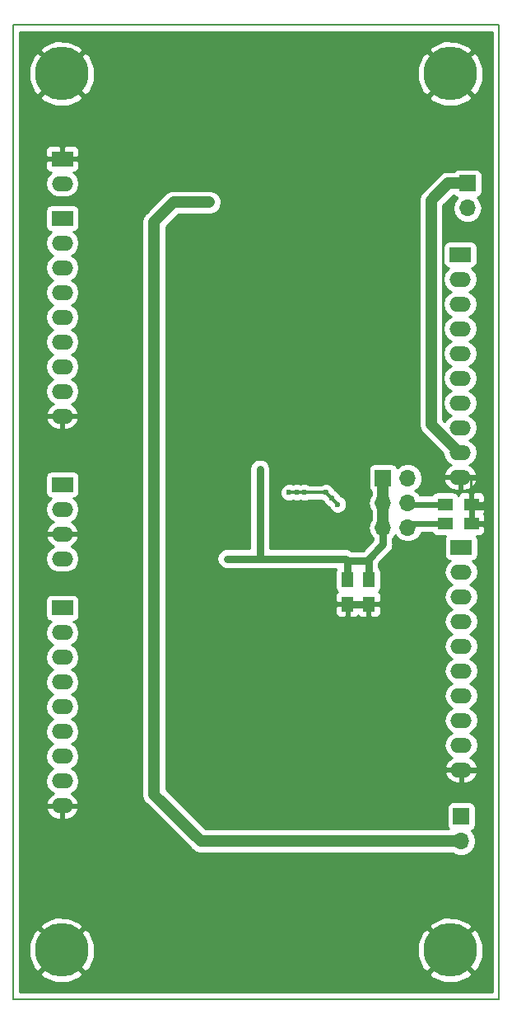
<source format=gbl>
G04 #@! TF.GenerationSoftware,KiCad,Pcbnew,(5.0.2)-1*
G04 #@! TF.CreationDate,2019-03-14T17:23:15+01:00*
G04 #@! TF.ProjectId,Alexi2c,416c6578-6932-4632-9e6b-696361645f70,rev?*
G04 #@! TF.SameCoordinates,Original*
G04 #@! TF.FileFunction,Copper,L2,Bot*
G04 #@! TF.FilePolarity,Positive*
%FSLAX46Y46*%
G04 Gerber Fmt 4.6, Leading zero omitted, Abs format (unit mm)*
G04 Created by KiCad (PCBNEW (5.0.2)-1) date 14/03/2019 17:23:15*
%MOMM*%
%LPD*%
G01*
G04 APERTURE LIST*
G04 #@! TA.AperFunction,NonConductor*
%ADD10C,0.150000*%
G04 #@! TD*
G04 #@! TA.AperFunction,ComponentPad*
%ADD11O,2.197100X1.524000*%
G04 #@! TD*
G04 #@! TA.AperFunction,ComponentPad*
%ADD12R,2.197100X1.524000*%
G04 #@! TD*
G04 #@! TA.AperFunction,ViaPad*
%ADD13C,0.800000*%
G04 #@! TD*
G04 #@! TA.AperFunction,SMDPad,CuDef*
%ADD14R,1.250000X1.500000*%
G04 #@! TD*
G04 #@! TA.AperFunction,SMDPad,CuDef*
%ADD15R,1.500000X1.300000*%
G04 #@! TD*
G04 #@! TA.AperFunction,ComponentPad*
%ADD16R,1.700000X1.700000*%
G04 #@! TD*
G04 #@! TA.AperFunction,ComponentPad*
%ADD17O,1.700000X1.700000*%
G04 #@! TD*
G04 #@! TA.AperFunction,ComponentPad*
%ADD18C,5.500000*%
G04 #@! TD*
G04 #@! TA.AperFunction,ViaPad*
%ADD19C,0.600000*%
G04 #@! TD*
G04 #@! TA.AperFunction,Conductor*
%ADD20C,0.250000*%
G04 #@! TD*
G04 #@! TA.AperFunction,Conductor*
%ADD21C,0.600000*%
G04 #@! TD*
G04 #@! TA.AperFunction,Conductor*
%ADD22C,0.800000*%
G04 #@! TD*
G04 #@! TA.AperFunction,Conductor*
%ADD23C,0.300000*%
G04 #@! TD*
G04 #@! TA.AperFunction,Conductor*
%ADD24C,1.200000*%
G04 #@! TD*
G04 #@! TA.AperFunction,Conductor*
%ADD25C,0.254000*%
G04 #@! TD*
G04 APERTURE END LIST*
D10*
X90000000Y-135000000D02*
X90000000Y-35000000D01*
X140000000Y-135000000D02*
X90000000Y-135000000D01*
X140000000Y-35000000D02*
X140000000Y-135000000D01*
X90000000Y-35000000D02*
X140000000Y-35000000D01*
D11*
G04 #@! TO.P,J11,8*
G04 #@! TO.N,Net-(J11-Pad8)*
X95076200Y-112620000D03*
G04 #@! TO.P,J11,7*
G04 #@! TO.N,Net-(J11-Pad7)*
X95076200Y-110080000D03*
G04 #@! TO.P,J11,5*
G04 #@! TO.N,Net-(J11-Pad5)*
X95076200Y-105000000D03*
G04 #@! TO.P,J11,4*
G04 #@! TO.N,Net-(J11-Pad4)*
X95076200Y-102460000D03*
G04 #@! TO.P,J11,3*
G04 #@! TO.N,Net-(J11-Pad3)*
X95076200Y-99920000D03*
G04 #@! TO.P,J11,9*
G04 #@! TO.N,GND*
X95076200Y-115160000D03*
G04 #@! TO.P,J11,6*
G04 #@! TO.N,Net-(J11-Pad6)*
X95076200Y-107540000D03*
D12*
G04 #@! TO.P,J11,1*
G04 #@! TO.N,Net-(J11-Pad1)*
X95076200Y-94840000D03*
D11*
G04 #@! TO.P,J11,2*
G04 #@! TO.N,Net-(J11-Pad2)*
X95076200Y-97380000D03*
G04 #@! TD*
G04 #@! TO.P,J6,8*
G04 #@! TO.N,Net-(J6-Pad8)*
X95076200Y-72620000D03*
G04 #@! TO.P,J6,7*
G04 #@! TO.N,Net-(J6-Pad7)*
X95076200Y-70080000D03*
G04 #@! TO.P,J6,5*
G04 #@! TO.N,Net-(J6-Pad5)*
X95076200Y-65000000D03*
G04 #@! TO.P,J6,4*
G04 #@! TO.N,Net-(J6-Pad4)*
X95076200Y-62460000D03*
G04 #@! TO.P,J6,3*
G04 #@! TO.N,Net-(J6-Pad3)*
X95076200Y-59920000D03*
G04 #@! TO.P,J6,9*
G04 #@! TO.N,GND*
X95076200Y-75160000D03*
G04 #@! TO.P,J6,6*
G04 #@! TO.N,Net-(J6-Pad6)*
X95076200Y-67540000D03*
D12*
G04 #@! TO.P,J6,1*
G04 #@! TO.N,Net-(J6-Pad1)*
X95076200Y-54840000D03*
D11*
G04 #@! TO.P,J6,2*
G04 #@! TO.N,Net-(J6-Pad2)*
X95076200Y-57380000D03*
G04 #@! TD*
D12*
G04 #@! TO.P,J3,1*
G04 #@! TO.N,GND*
X95076200Y-48730000D03*
D11*
G04 #@! TO.P,J3,2*
G04 #@! TO.N,Net-(D1-Pad2)*
X95076200Y-51270000D03*
G04 #@! TD*
D13*
G04 #@! TO.N,GND*
G04 #@! TO.C,REF\002A\002A*
X92500000Y-93000000D03*
G04 #@! TD*
D11*
G04 #@! TO.P,J1,4*
G04 #@! TO.N,Net-(J1-Pad4)*
X95076200Y-89810000D03*
G04 #@! TO.P,J1,3*
G04 #@! TO.N,GND*
X95076200Y-87270000D03*
D12*
G04 #@! TO.P,J1,1*
G04 #@! TO.N,Net-(J1-Pad1)*
X95076200Y-82190000D03*
D11*
G04 #@! TO.P,J1,2*
G04 #@! TO.N,Net-(J1-Pad2)*
X95076200Y-84730000D03*
G04 #@! TD*
D13*
G04 #@! TO.N,GND*
G04 #@! TO.C,REF\002A\002A*
X139000000Y-50000000D03*
G04 #@! TD*
G04 #@! TO.N,GND*
G04 #@! TO.C,REF\002A\002A*
X139000000Y-51500000D03*
G04 #@! TD*
G04 #@! TO.N,GND*
G04 #@! TO.C,REF\002A\002A*
X139000000Y-53000000D03*
G04 #@! TD*
G04 #@! TO.N,GND*
G04 #@! TO.C,REF\002A\002A*
X139000000Y-54500000D03*
G04 #@! TD*
G04 #@! TO.N,GND*
G04 #@! TO.C,REF\002A\002A*
X139000000Y-56000000D03*
G04 #@! TD*
G04 #@! TO.N,GND*
G04 #@! TO.C,REF\002A\002A*
X139000000Y-57500000D03*
G04 #@! TD*
G04 #@! TO.N,GND*
G04 #@! TO.C,REF\002A\002A*
X139000000Y-59000000D03*
G04 #@! TD*
G04 #@! TO.N,GND*
G04 #@! TO.C,REF\002A\002A*
X139000000Y-60500000D03*
G04 #@! TD*
G04 #@! TO.N,GND*
G04 #@! TO.C,REF\002A\002A*
X139000000Y-62000000D03*
G04 #@! TD*
G04 #@! TO.N,GND*
G04 #@! TO.C,REF\002A\002A*
X139000000Y-63500000D03*
G04 #@! TD*
G04 #@! TO.N,GND*
G04 #@! TO.C,REF\002A\002A*
X139000000Y-65000000D03*
G04 #@! TD*
G04 #@! TO.N,GND*
G04 #@! TO.C,REF\002A\002A*
X139000000Y-66500000D03*
G04 #@! TD*
G04 #@! TO.N,GND*
G04 #@! TO.C,REF\002A\002A*
X139000000Y-68000000D03*
G04 #@! TD*
G04 #@! TO.N,GND*
G04 #@! TO.C,REF\002A\002A*
X139000000Y-69500000D03*
G04 #@! TD*
G04 #@! TO.N,GND*
G04 #@! TO.C,REF\002A\002A*
X139000000Y-71000000D03*
G04 #@! TD*
G04 #@! TO.N,GND*
G04 #@! TO.C,REF\002A\002A*
X139000000Y-72500000D03*
G04 #@! TD*
G04 #@! TO.N,GND*
G04 #@! TO.C,REF\002A\002A*
X139000000Y-74000000D03*
G04 #@! TD*
G04 #@! TO.N,GND*
G04 #@! TO.C,REF\002A\002A*
X139000000Y-75500000D03*
G04 #@! TD*
G04 #@! TO.N,GND*
G04 #@! TO.C,REF\002A\002A*
X139000000Y-77000000D03*
G04 #@! TD*
G04 #@! TO.N,GND*
G04 #@! TO.C,REF\002A\002A*
X139000000Y-78500000D03*
G04 #@! TD*
G04 #@! TO.N,GND*
G04 #@! TO.C,REF\002A\002A*
X139000000Y-80000000D03*
G04 #@! TD*
G04 #@! TO.N,GND*
G04 #@! TO.C,REF\002A\002A*
X139000000Y-81500000D03*
G04 #@! TD*
G04 #@! TO.N,GND*
G04 #@! TO.C,REF\002A\002A*
X139000000Y-83000000D03*
G04 #@! TD*
G04 #@! TO.N,GND*
G04 #@! TO.C,REF\002A\002A*
X139000000Y-84500000D03*
G04 #@! TD*
G04 #@! TO.N,GND*
G04 #@! TO.C,REF\002A\002A*
X139000000Y-86000000D03*
G04 #@! TD*
G04 #@! TO.N,GND*
G04 #@! TO.C,REF\002A\002A*
X139000000Y-87500000D03*
G04 #@! TD*
G04 #@! TO.N,GND*
G04 #@! TO.C,REF\002A\002A*
X139000000Y-89000000D03*
G04 #@! TD*
G04 #@! TO.N,GND*
G04 #@! TO.C,REF\002A\002A*
X139000000Y-90500000D03*
G04 #@! TD*
G04 #@! TO.N,GND*
G04 #@! TO.C,REF\002A\002A*
X139000000Y-92000000D03*
G04 #@! TD*
G04 #@! TO.N,GND*
G04 #@! TO.C,REF\002A\002A*
X139000000Y-93500000D03*
G04 #@! TD*
G04 #@! TO.N,GND*
G04 #@! TO.C,REF\002A\002A*
X139000000Y-95000000D03*
G04 #@! TD*
G04 #@! TO.N,GND*
G04 #@! TO.C,REF\002A\002A*
X139000000Y-96500000D03*
G04 #@! TD*
G04 #@! TO.N,GND*
G04 #@! TO.C,REF\002A\002A*
X139000000Y-98000000D03*
G04 #@! TD*
G04 #@! TO.N,GND*
G04 #@! TO.C,REF\002A\002A*
X139000000Y-99500000D03*
G04 #@! TD*
G04 #@! TO.N,GND*
G04 #@! TO.C,REF\002A\002A*
X139000000Y-101000000D03*
G04 #@! TD*
G04 #@! TO.N,GND*
G04 #@! TO.C,REF\002A\002A*
X139000000Y-102500000D03*
G04 #@! TD*
G04 #@! TO.N,GND*
G04 #@! TO.C,REF\002A\002A*
X139000000Y-104000000D03*
G04 #@! TD*
G04 #@! TO.N,GND*
G04 #@! TO.C,REF\002A\002A*
X139000000Y-105500000D03*
G04 #@! TD*
G04 #@! TO.N,GND*
G04 #@! TO.C,REF\002A\002A*
X139000000Y-107000000D03*
G04 #@! TD*
G04 #@! TO.N,GND*
G04 #@! TO.C,REF\002A\002A*
X139000000Y-108500000D03*
G04 #@! TD*
G04 #@! TO.N,GND*
G04 #@! TO.C,REF\002A\002A*
X139000000Y-110000000D03*
G04 #@! TD*
G04 #@! TO.N,GND*
G04 #@! TO.C,REF\002A\002A*
X139000000Y-111500000D03*
G04 #@! TD*
G04 #@! TO.N,GND*
G04 #@! TO.C,REF\002A\002A*
X139000000Y-113000000D03*
G04 #@! TD*
G04 #@! TO.N,GND*
G04 #@! TO.C,REF\002A\002A*
X139000000Y-114500000D03*
G04 #@! TD*
G04 #@! TO.N,GND*
G04 #@! TO.C,REF\002A\002A*
X139000000Y-116000000D03*
G04 #@! TD*
G04 #@! TO.N,GND*
G04 #@! TO.C,REF\002A\002A*
X139000000Y-117500000D03*
G04 #@! TD*
G04 #@! TO.N,GND*
G04 #@! TO.C,REF\002A\002A*
X139000000Y-119000000D03*
G04 #@! TD*
G04 #@! TO.N,GND*
G04 #@! TO.C,REF\002A\002A*
X139000000Y-120500000D03*
G04 #@! TD*
G04 #@! TO.N,GND*
G04 #@! TO.C,REF\002A\002A*
X139000000Y-122000000D03*
G04 #@! TD*
G04 #@! TO.N,GND*
G04 #@! TO.C,REF\002A\002A*
X139000000Y-123500000D03*
G04 #@! TD*
G04 #@! TO.N,GND*
G04 #@! TO.C,REF\002A\002A*
X139000000Y-125000000D03*
G04 #@! TD*
G04 #@! TO.N,GND*
G04 #@! TO.C,REF\002A\002A*
X139000000Y-126500000D03*
G04 #@! TD*
G04 #@! TO.N,GND*
G04 #@! TO.C,REF\002A\002A*
X139000000Y-128000000D03*
G04 #@! TD*
G04 #@! TO.N,GND*
G04 #@! TO.C,REF\002A\002A*
X139000000Y-129500000D03*
G04 #@! TD*
G04 #@! TO.N,GND*
G04 #@! TO.C,REF\002A\002A*
X91000000Y-124500000D03*
G04 #@! TD*
G04 #@! TO.N,GND*
G04 #@! TO.C,REF\002A\002A*
X91000000Y-123000000D03*
G04 #@! TD*
G04 #@! TO.N,GND*
G04 #@! TO.C,REF\002A\002A*
X91000000Y-121500000D03*
G04 #@! TD*
G04 #@! TO.N,GND*
G04 #@! TO.C,REF\002A\002A*
X91000000Y-120000000D03*
G04 #@! TD*
G04 #@! TO.N,GND*
G04 #@! TO.C,REF\002A\002A*
X91000000Y-118500000D03*
G04 #@! TD*
G04 #@! TO.N,GND*
G04 #@! TO.C,REF\002A\002A*
X91000000Y-117000000D03*
G04 #@! TD*
G04 #@! TO.N,GND*
G04 #@! TO.C,REF\002A\002A*
X91000000Y-115500000D03*
G04 #@! TD*
G04 #@! TO.N,GND*
G04 #@! TO.C,REF\002A\002A*
X91000000Y-114000000D03*
G04 #@! TD*
G04 #@! TO.N,GND*
G04 #@! TO.C,REF\002A\002A*
X91000000Y-112500000D03*
G04 #@! TD*
G04 #@! TO.N,GND*
G04 #@! TO.C,REF\002A\002A*
X91000000Y-111000000D03*
G04 #@! TD*
G04 #@! TO.N,GND*
G04 #@! TO.C,REF\002A\002A*
X91000000Y-109500000D03*
G04 #@! TD*
G04 #@! TO.N,GND*
G04 #@! TO.C,REF\002A\002A*
X91000000Y-108000000D03*
G04 #@! TD*
G04 #@! TO.N,GND*
G04 #@! TO.C,REF\002A\002A*
X91000000Y-106500000D03*
G04 #@! TD*
G04 #@! TO.N,GND*
G04 #@! TO.C,REF\002A\002A*
X91000000Y-105000000D03*
G04 #@! TD*
G04 #@! TO.N,GND*
G04 #@! TO.C,REF\002A\002A*
X91000000Y-103500000D03*
G04 #@! TD*
G04 #@! TO.N,GND*
G04 #@! TO.C,REF\002A\002A*
X91000000Y-102000000D03*
G04 #@! TD*
G04 #@! TO.N,GND*
G04 #@! TO.C,REF\002A\002A*
X91000000Y-100500000D03*
G04 #@! TD*
G04 #@! TO.N,GND*
G04 #@! TO.C,REF\002A\002A*
X91000000Y-99000000D03*
G04 #@! TD*
G04 #@! TO.N,GND*
G04 #@! TO.C,REF\002A\002A*
X91000000Y-97500000D03*
G04 #@! TD*
G04 #@! TO.N,GND*
G04 #@! TO.C,REF\002A\002A*
X91000000Y-96000000D03*
G04 #@! TD*
G04 #@! TO.N,GND*
G04 #@! TO.C,REF\002A\002A*
X91000000Y-94500000D03*
G04 #@! TD*
G04 #@! TO.N,GND*
G04 #@! TO.C,REF\002A\002A*
X91000000Y-93000000D03*
G04 #@! TD*
G04 #@! TO.N,GND*
G04 #@! TO.C,REF\002A\002A*
X91000000Y-91500000D03*
G04 #@! TD*
G04 #@! TO.N,GND*
G04 #@! TO.C,REF\002A\002A*
X91000000Y-90000000D03*
G04 #@! TD*
G04 #@! TO.N,GND*
G04 #@! TO.C,REF\002A\002A*
X91000000Y-88500000D03*
G04 #@! TD*
G04 #@! TO.N,GND*
G04 #@! TO.C,REF\002A\002A*
X91000000Y-87000000D03*
G04 #@! TD*
G04 #@! TO.N,GND*
G04 #@! TO.C,REF\002A\002A*
X91000000Y-85500000D03*
G04 #@! TD*
G04 #@! TO.N,GND*
G04 #@! TO.C,REF\002A\002A*
X91000000Y-84000000D03*
G04 #@! TD*
G04 #@! TO.N,GND*
G04 #@! TO.C,REF\002A\002A*
X91000000Y-82500000D03*
G04 #@! TD*
G04 #@! TO.N,GND*
G04 #@! TO.C,REF\002A\002A*
X91000000Y-81000000D03*
G04 #@! TD*
G04 #@! TO.N,GND*
G04 #@! TO.C,REF\002A\002A*
X91000000Y-79500000D03*
G04 #@! TD*
G04 #@! TO.N,GND*
G04 #@! TO.C,REF\002A\002A*
X91000000Y-78000000D03*
G04 #@! TD*
G04 #@! TO.N,GND*
G04 #@! TO.C,REF\002A\002A*
X91000000Y-76500000D03*
G04 #@! TD*
G04 #@! TO.N,GND*
G04 #@! TO.C,REF\002A\002A*
X91000000Y-75000000D03*
G04 #@! TD*
G04 #@! TO.N,GND*
G04 #@! TO.C,REF\002A\002A*
X91000000Y-73500000D03*
G04 #@! TD*
G04 #@! TO.N,GND*
G04 #@! TO.C,REF\002A\002A*
X91000000Y-72000000D03*
G04 #@! TD*
G04 #@! TO.N,GND*
G04 #@! TO.C,REF\002A\002A*
X91000000Y-70500000D03*
G04 #@! TD*
G04 #@! TO.N,GND*
G04 #@! TO.C,REF\002A\002A*
X91000000Y-69000000D03*
G04 #@! TD*
G04 #@! TO.N,GND*
G04 #@! TO.C,REF\002A\002A*
X91000000Y-67500000D03*
G04 #@! TD*
G04 #@! TO.N,GND*
G04 #@! TO.C,REF\002A\002A*
X91000000Y-66000000D03*
G04 #@! TD*
G04 #@! TO.N,GND*
G04 #@! TO.C,REF\002A\002A*
X91000000Y-64500000D03*
G04 #@! TD*
G04 #@! TO.N,GND*
G04 #@! TO.C,REF\002A\002A*
X91000000Y-63000000D03*
G04 #@! TD*
G04 #@! TO.N,GND*
G04 #@! TO.C,REF\002A\002A*
X91000000Y-61500000D03*
G04 #@! TD*
G04 #@! TO.N,GND*
G04 #@! TO.C,REF\002A\002A*
X91000000Y-60000000D03*
G04 #@! TD*
G04 #@! TO.N,GND*
G04 #@! TO.C,REF\002A\002A*
X91000000Y-58500000D03*
G04 #@! TD*
G04 #@! TO.N,GND*
G04 #@! TO.C,REF\002A\002A*
X91000000Y-57000000D03*
G04 #@! TD*
G04 #@! TO.N,GND*
G04 #@! TO.C,REF\002A\002A*
X91000000Y-55500000D03*
G04 #@! TD*
G04 #@! TO.N,GND*
G04 #@! TO.C,REF\002A\002A*
X91000000Y-54000000D03*
G04 #@! TD*
G04 #@! TO.N,GND*
G04 #@! TO.C,REF\002A\002A*
X91000000Y-52500000D03*
G04 #@! TD*
G04 #@! TO.N,GND*
G04 #@! TO.C,REF\002A\002A*
X91000000Y-51000000D03*
G04 #@! TD*
G04 #@! TO.N,GND*
G04 #@! TO.C,REF\002A\002A*
X91000000Y-49500000D03*
G04 #@! TD*
G04 #@! TO.N,GND*
G04 #@! TO.C,REF\002A\002A*
X91000000Y-48000000D03*
G04 #@! TD*
G04 #@! TO.N,GND*
G04 #@! TO.C,REF\002A\002A*
X91000000Y-46500000D03*
G04 #@! TD*
G04 #@! TO.N,GND*
G04 #@! TO.C,REF\002A\002A*
X91000000Y-45000000D03*
G04 #@! TD*
G04 #@! TO.N,GND*
G04 #@! TO.C,REF\002A\002A*
X103000000Y-76500000D03*
G04 #@! TD*
G04 #@! TO.N,GND*
G04 #@! TO.C,REF\002A\002A*
X101500000Y-76500000D03*
G04 #@! TD*
G04 #@! TO.N,GND*
G04 #@! TO.C,REF\002A\002A*
X100000000Y-76500000D03*
G04 #@! TD*
G04 #@! TO.N,GND*
G04 #@! TO.C,REF\002A\002A*
X103000000Y-75000000D03*
G04 #@! TD*
G04 #@! TO.N,GND*
G04 #@! TO.C,REF\002A\002A*
X101500000Y-75000000D03*
G04 #@! TD*
G04 #@! TO.N,GND*
G04 #@! TO.C,REF\002A\002A*
X100000000Y-75000000D03*
G04 #@! TD*
G04 #@! TO.N,GND*
G04 #@! TO.C,REF\002A\002A*
X103000000Y-73500000D03*
G04 #@! TD*
G04 #@! TO.N,GND*
G04 #@! TO.C,REF\002A\002A*
X101500000Y-73500000D03*
G04 #@! TD*
G04 #@! TO.N,GND*
G04 #@! TO.C,REF\002A\002A*
X100000000Y-73500000D03*
G04 #@! TD*
G04 #@! TO.N,GND*
G04 #@! TO.C,REF\002A\002A*
X103000000Y-72000000D03*
G04 #@! TD*
G04 #@! TO.N,GND*
G04 #@! TO.C,REF\002A\002A*
X101500000Y-72000000D03*
G04 #@! TD*
G04 #@! TO.N,GND*
G04 #@! TO.C,REF\002A\002A*
X100000000Y-72000000D03*
G04 #@! TD*
G04 #@! TO.N,GND*
G04 #@! TO.C,REF\002A\002A*
X108500000Y-72000000D03*
G04 #@! TD*
G04 #@! TO.N,GND*
G04 #@! TO.C,REF\002A\002A*
X110000000Y-72000000D03*
G04 #@! TD*
G04 #@! TO.N,GND*
G04 #@! TO.C,REF\002A\002A*
X111500000Y-72000000D03*
G04 #@! TD*
G04 #@! TO.N,GND*
G04 #@! TO.C,REF\002A\002A*
X113000000Y-72000000D03*
G04 #@! TD*
G04 #@! TO.N,GND*
G04 #@! TO.C,REF\002A\002A*
X114500000Y-72000000D03*
G04 #@! TD*
G04 #@! TO.N,GND*
G04 #@! TO.C,REF\002A\002A*
X116000000Y-72000000D03*
G04 #@! TD*
G04 #@! TO.N,GND*
G04 #@! TO.C,REF\002A\002A*
X108500000Y-73500000D03*
G04 #@! TD*
G04 #@! TO.N,GND*
G04 #@! TO.C,REF\002A\002A*
X110000000Y-73500000D03*
G04 #@! TD*
G04 #@! TO.N,GND*
G04 #@! TO.C,REF\002A\002A*
X111500000Y-73500000D03*
G04 #@! TD*
G04 #@! TO.N,GND*
G04 #@! TO.C,REF\002A\002A*
X113000000Y-73500000D03*
G04 #@! TD*
G04 #@! TO.N,GND*
G04 #@! TO.C,REF\002A\002A*
X114500000Y-73500000D03*
G04 #@! TD*
G04 #@! TO.N,GND*
G04 #@! TO.C,REF\002A\002A*
X116000000Y-73500000D03*
G04 #@! TD*
G04 #@! TO.N,GND*
G04 #@! TO.C,REF\002A\002A*
X108500000Y-75000000D03*
G04 #@! TD*
G04 #@! TO.N,GND*
G04 #@! TO.C,REF\002A\002A*
X110000000Y-75000000D03*
G04 #@! TD*
G04 #@! TO.N,GND*
G04 #@! TO.C,REF\002A\002A*
X111500000Y-75000000D03*
G04 #@! TD*
G04 #@! TO.N,GND*
G04 #@! TO.C,REF\002A\002A*
X113000000Y-75000000D03*
G04 #@! TD*
G04 #@! TO.N,GND*
G04 #@! TO.C,REF\002A\002A*
X114500000Y-75000000D03*
G04 #@! TD*
G04 #@! TO.N,GND*
G04 #@! TO.C,REF\002A\002A*
X116000000Y-75000000D03*
G04 #@! TD*
G04 #@! TO.N,GND*
G04 #@! TO.C,REF\002A\002A*
X108500000Y-76500000D03*
G04 #@! TD*
G04 #@! TO.N,GND*
G04 #@! TO.C,REF\002A\002A*
X110000000Y-76500000D03*
G04 #@! TD*
G04 #@! TO.N,GND*
G04 #@! TO.C,REF\002A\002A*
X111500000Y-76500000D03*
G04 #@! TD*
G04 #@! TO.N,GND*
G04 #@! TO.C,REF\002A\002A*
X113000000Y-76500000D03*
G04 #@! TD*
G04 #@! TO.N,GND*
G04 #@! TO.C,REF\002A\002A*
X114500000Y-76500000D03*
G04 #@! TD*
G04 #@! TO.N,GND*
G04 #@! TO.C,REF\002A\002A*
X116000000Y-76500000D03*
G04 #@! TD*
G04 #@! TO.N,GND*
G04 #@! TO.C,REF\002A\002A*
X102500000Y-93500000D03*
G04 #@! TD*
G04 #@! TO.N,GND*
G04 #@! TO.C,REF\002A\002A*
X101000000Y-93500000D03*
G04 #@! TD*
G04 #@! TO.N,GND*
G04 #@! TO.C,REF\002A\002A*
X99500000Y-93500000D03*
G04 #@! TD*
G04 #@! TO.N,GND*
G04 #@! TO.C,REF\002A\002A*
X102500000Y-92000000D03*
G04 #@! TD*
G04 #@! TO.N,GND*
G04 #@! TO.C,REF\002A\002A*
X101000000Y-92000000D03*
G04 #@! TD*
G04 #@! TO.N,GND*
G04 #@! TO.C,REF\002A\002A*
X99500000Y-92000000D03*
G04 #@! TD*
G04 #@! TO.N,GND*
G04 #@! TO.C,REF\002A\002A*
X107500000Y-92000000D03*
G04 #@! TD*
G04 #@! TO.N,GND*
G04 #@! TO.C,REF\002A\002A*
X109000000Y-92000000D03*
G04 #@! TD*
G04 #@! TO.N,GND*
G04 #@! TO.C,REF\002A\002A*
X110500000Y-92000000D03*
G04 #@! TD*
G04 #@! TO.N,GND*
G04 #@! TO.C,REF\002A\002A*
X112000000Y-92000000D03*
G04 #@! TD*
G04 #@! TO.N,GND*
G04 #@! TO.C,REF\002A\002A*
X113500000Y-92000000D03*
G04 #@! TD*
G04 #@! TO.N,GND*
G04 #@! TO.C,REF\002A\002A*
X115000000Y-92000000D03*
G04 #@! TD*
G04 #@! TO.N,GND*
G04 #@! TO.C,REF\002A\002A*
X116500000Y-92000000D03*
G04 #@! TD*
G04 #@! TO.N,GND*
G04 #@! TO.C,REF\002A\002A*
X107500000Y-93500000D03*
G04 #@! TD*
G04 #@! TO.N,GND*
G04 #@! TO.C,REF\002A\002A*
X109000000Y-93500000D03*
G04 #@! TD*
G04 #@! TO.N,GND*
G04 #@! TO.C,REF\002A\002A*
X110500000Y-93500000D03*
G04 #@! TD*
G04 #@! TO.N,GND*
G04 #@! TO.C,REF\002A\002A*
X112000000Y-93500000D03*
G04 #@! TD*
G04 #@! TO.N,GND*
G04 #@! TO.C,REF\002A\002A*
X113500000Y-93500000D03*
G04 #@! TD*
G04 #@! TO.N,GND*
G04 #@! TO.C,REF\002A\002A*
X115000000Y-93500000D03*
G04 #@! TD*
G04 #@! TO.N,GND*
G04 #@! TO.C,REF\002A\002A*
X116500000Y-93500000D03*
G04 #@! TD*
G04 #@! TO.N,GND*
G04 #@! TO.C,REF\002A\002A*
X128500000Y-115000000D03*
G04 #@! TD*
G04 #@! TO.N,GND*
G04 #@! TO.C,REF\002A\002A*
X127000000Y-115000000D03*
G04 #@! TD*
G04 #@! TO.N,GND*
G04 #@! TO.C,REF\002A\002A*
X125500000Y-115000000D03*
G04 #@! TD*
G04 #@! TO.N,GND*
G04 #@! TO.C,REF\002A\002A*
X124000000Y-115000000D03*
G04 #@! TD*
G04 #@! TO.N,GND*
G04 #@! TO.C,REF\002A\002A*
X122500000Y-115000000D03*
G04 #@! TD*
G04 #@! TO.N,GND*
G04 #@! TO.C,REF\002A\002A*
X121000000Y-115000000D03*
G04 #@! TD*
G04 #@! TO.N,GND*
G04 #@! TO.C,REF\002A\002A*
X119500000Y-115000000D03*
G04 #@! TD*
G04 #@! TO.N,GND*
G04 #@! TO.C,REF\002A\002A*
X118000000Y-115000000D03*
G04 #@! TD*
G04 #@! TO.N,GND*
G04 #@! TO.C,REF\002A\002A*
X116500000Y-115000000D03*
G04 #@! TD*
G04 #@! TO.N,GND*
G04 #@! TO.C,REF\002A\002A*
X115000000Y-115000000D03*
G04 #@! TD*
G04 #@! TO.N,GND*
G04 #@! TO.C,REF\002A\002A*
X113500000Y-115000000D03*
G04 #@! TD*
G04 #@! TO.N,GND*
G04 #@! TO.C,REF\002A\002A*
X112000000Y-115000000D03*
G04 #@! TD*
G04 #@! TO.N,GND*
G04 #@! TO.C,REF\002A\002A*
X110500000Y-115000000D03*
G04 #@! TD*
G04 #@! TO.N,GND*
G04 #@! TO.C,REF\002A\002A*
X109000000Y-115000000D03*
G04 #@! TD*
G04 #@! TO.N,GND*
G04 #@! TO.C,REF\002A\002A*
X128500000Y-113500000D03*
G04 #@! TD*
G04 #@! TO.N,GND*
G04 #@! TO.C,REF\002A\002A*
X127000000Y-113500000D03*
G04 #@! TD*
G04 #@! TO.N,GND*
G04 #@! TO.C,REF\002A\002A*
X125500000Y-113500000D03*
G04 #@! TD*
G04 #@! TO.N,GND*
G04 #@! TO.C,REF\002A\002A*
X124000000Y-113500000D03*
G04 #@! TD*
G04 #@! TO.N,GND*
G04 #@! TO.C,REF\002A\002A*
X122500000Y-113500000D03*
G04 #@! TD*
G04 #@! TO.N,GND*
G04 #@! TO.C,REF\002A\002A*
X121000000Y-113500000D03*
G04 #@! TD*
G04 #@! TO.N,GND*
G04 #@! TO.C,REF\002A\002A*
X119500000Y-113500000D03*
G04 #@! TD*
G04 #@! TO.N,GND*
G04 #@! TO.C,REF\002A\002A*
X118000000Y-113500000D03*
G04 #@! TD*
G04 #@! TO.N,GND*
G04 #@! TO.C,REF\002A\002A*
X116500000Y-113500000D03*
G04 #@! TD*
G04 #@! TO.N,GND*
G04 #@! TO.C,REF\002A\002A*
X115000000Y-113500000D03*
G04 #@! TD*
G04 #@! TO.N,GND*
G04 #@! TO.C,REF\002A\002A*
X113500000Y-113500000D03*
G04 #@! TD*
G04 #@! TO.N,GND*
G04 #@! TO.C,REF\002A\002A*
X112000000Y-113500000D03*
G04 #@! TD*
G04 #@! TO.N,GND*
G04 #@! TO.C,REF\002A\002A*
X110500000Y-113500000D03*
G04 #@! TD*
G04 #@! TO.N,GND*
G04 #@! TO.C,REF\002A\002A*
X109000000Y-113500000D03*
G04 #@! TD*
G04 #@! TO.N,GND*
G04 #@! TO.C,REF\002A\002A*
X128500000Y-112000000D03*
G04 #@! TD*
G04 #@! TO.N,GND*
G04 #@! TO.C,REF\002A\002A*
X127000000Y-112000000D03*
G04 #@! TD*
G04 #@! TO.N,GND*
G04 #@! TO.C,REF\002A\002A*
X125500000Y-112000000D03*
G04 #@! TD*
G04 #@! TO.N,GND*
G04 #@! TO.C,REF\002A\002A*
X124000000Y-112000000D03*
G04 #@! TD*
G04 #@! TO.N,GND*
G04 #@! TO.C,REF\002A\002A*
X122500000Y-112000000D03*
G04 #@! TD*
G04 #@! TO.N,GND*
G04 #@! TO.C,REF\002A\002A*
X121000000Y-112000000D03*
G04 #@! TD*
G04 #@! TO.N,GND*
G04 #@! TO.C,REF\002A\002A*
X119500000Y-112000000D03*
G04 #@! TD*
G04 #@! TO.N,GND*
G04 #@! TO.C,REF\002A\002A*
X118000000Y-112000000D03*
G04 #@! TD*
G04 #@! TO.N,GND*
G04 #@! TO.C,REF\002A\002A*
X116500000Y-112000000D03*
G04 #@! TD*
G04 #@! TO.N,GND*
G04 #@! TO.C,REF\002A\002A*
X115000000Y-112000000D03*
G04 #@! TD*
G04 #@! TO.N,GND*
G04 #@! TO.C,REF\002A\002A*
X113500000Y-112000000D03*
G04 #@! TD*
G04 #@! TO.N,GND*
G04 #@! TO.C,REF\002A\002A*
X112000000Y-112000000D03*
G04 #@! TD*
G04 #@! TO.N,GND*
G04 #@! TO.C,REF\002A\002A*
X110500000Y-112000000D03*
G04 #@! TD*
G04 #@! TO.N,GND*
G04 #@! TO.C,REF\002A\002A*
X109000000Y-112000000D03*
G04 #@! TD*
G04 #@! TO.N,GND*
G04 #@! TO.C,REF\002A\002A*
X128500000Y-110500000D03*
G04 #@! TD*
G04 #@! TO.N,GND*
G04 #@! TO.C,REF\002A\002A*
X127000000Y-110500000D03*
G04 #@! TD*
G04 #@! TO.N,GND*
G04 #@! TO.C,REF\002A\002A*
X125500000Y-110500000D03*
G04 #@! TD*
G04 #@! TO.N,GND*
G04 #@! TO.C,REF\002A\002A*
X124000000Y-110500000D03*
G04 #@! TD*
G04 #@! TO.N,GND*
G04 #@! TO.C,REF\002A\002A*
X122500000Y-110500000D03*
G04 #@! TD*
G04 #@! TO.N,GND*
G04 #@! TO.C,REF\002A\002A*
X121000000Y-110500000D03*
G04 #@! TD*
G04 #@! TO.N,GND*
G04 #@! TO.C,REF\002A\002A*
X119500000Y-110500000D03*
G04 #@! TD*
G04 #@! TO.N,GND*
G04 #@! TO.C,REF\002A\002A*
X118000000Y-110500000D03*
G04 #@! TD*
G04 #@! TO.N,GND*
G04 #@! TO.C,REF\002A\002A*
X116500000Y-110500000D03*
G04 #@! TD*
G04 #@! TO.N,GND*
G04 #@! TO.C,REF\002A\002A*
X115000000Y-110500000D03*
G04 #@! TD*
G04 #@! TO.N,GND*
G04 #@! TO.C,REF\002A\002A*
X113500000Y-110500000D03*
G04 #@! TD*
G04 #@! TO.N,GND*
G04 #@! TO.C,REF\002A\002A*
X112000000Y-110500000D03*
G04 #@! TD*
G04 #@! TO.N,GND*
G04 #@! TO.C,REF\002A\002A*
X110500000Y-110500000D03*
G04 #@! TD*
G04 #@! TO.N,GND*
G04 #@! TO.C,REF\002A\002A*
X109000000Y-110500000D03*
G04 #@! TD*
G04 #@! TO.N,GND*
G04 #@! TO.C,REF\002A\002A*
X99000000Y-130500000D03*
G04 #@! TD*
G04 #@! TO.N,GND*
G04 #@! TO.C,REF\002A\002A*
X100500000Y-130500000D03*
G04 #@! TD*
G04 #@! TO.N,GND*
G04 #@! TO.C,REF\002A\002A*
X102000000Y-130500000D03*
G04 #@! TD*
G04 #@! TO.N,GND*
G04 #@! TO.C,REF\002A\002A*
X103500000Y-130500000D03*
G04 #@! TD*
G04 #@! TO.N,GND*
G04 #@! TO.C,REF\002A\002A*
X105000000Y-130500000D03*
G04 #@! TD*
G04 #@! TO.N,GND*
G04 #@! TO.C,REF\002A\002A*
X106500000Y-130500000D03*
G04 #@! TD*
G04 #@! TO.N,GND*
G04 #@! TO.C,REF\002A\002A*
X108000000Y-130500000D03*
G04 #@! TD*
G04 #@! TO.N,GND*
G04 #@! TO.C,REF\002A\002A*
X109500000Y-130500000D03*
G04 #@! TD*
G04 #@! TO.N,GND*
G04 #@! TO.C,REF\002A\002A*
X111000000Y-130500000D03*
G04 #@! TD*
G04 #@! TO.N,GND*
G04 #@! TO.C,REF\002A\002A*
X112500000Y-130500000D03*
G04 #@! TD*
G04 #@! TO.N,GND*
G04 #@! TO.C,REF\002A\002A*
X114000000Y-130500000D03*
G04 #@! TD*
G04 #@! TO.N,GND*
G04 #@! TO.C,REF\002A\002A*
X115500000Y-130500000D03*
G04 #@! TD*
G04 #@! TO.N,GND*
G04 #@! TO.C,REF\002A\002A*
X117000000Y-130500000D03*
G04 #@! TD*
G04 #@! TO.N,GND*
G04 #@! TO.C,REF\002A\002A*
X118500000Y-130500000D03*
G04 #@! TD*
G04 #@! TO.N,GND*
G04 #@! TO.C,REF\002A\002A*
X120000000Y-130500000D03*
G04 #@! TD*
G04 #@! TO.N,GND*
G04 #@! TO.C,REF\002A\002A*
X121500000Y-130500000D03*
G04 #@! TD*
G04 #@! TO.N,GND*
G04 #@! TO.C,REF\002A\002A*
X123000000Y-130500000D03*
G04 #@! TD*
G04 #@! TO.N,GND*
G04 #@! TO.C,REF\002A\002A*
X124500000Y-130500000D03*
G04 #@! TD*
G04 #@! TO.N,GND*
G04 #@! TO.C,REF\002A\002A*
X126000000Y-130500000D03*
G04 #@! TD*
G04 #@! TO.N,GND*
G04 #@! TO.C,REF\002A\002A*
X127500000Y-130500000D03*
G04 #@! TD*
G04 #@! TO.N,GND*
G04 #@! TO.C,REF\002A\002A*
X129000000Y-130500000D03*
G04 #@! TD*
G04 #@! TO.N,GND*
G04 #@! TO.C,REF\002A\002A*
X130500000Y-130500000D03*
G04 #@! TD*
G04 #@! TO.N,GND*
G04 #@! TO.C,REF\002A\002A*
X99000000Y-132000000D03*
G04 #@! TD*
G04 #@! TO.N,GND*
G04 #@! TO.C,REF\002A\002A*
X100500000Y-132000000D03*
G04 #@! TD*
G04 #@! TO.N,GND*
G04 #@! TO.C,REF\002A\002A*
X102000000Y-132000000D03*
G04 #@! TD*
G04 #@! TO.N,GND*
G04 #@! TO.C,REF\002A\002A*
X103500000Y-132000000D03*
G04 #@! TD*
G04 #@! TO.N,GND*
G04 #@! TO.C,REF\002A\002A*
X105000000Y-132000000D03*
G04 #@! TD*
G04 #@! TO.N,GND*
G04 #@! TO.C,REF\002A\002A*
X106500000Y-132000000D03*
G04 #@! TD*
G04 #@! TO.N,GND*
G04 #@! TO.C,REF\002A\002A*
X108000000Y-132000000D03*
G04 #@! TD*
G04 #@! TO.N,GND*
G04 #@! TO.C,REF\002A\002A*
X109500000Y-132000000D03*
G04 #@! TD*
G04 #@! TO.N,GND*
G04 #@! TO.C,REF\002A\002A*
X111000000Y-132000000D03*
G04 #@! TD*
G04 #@! TO.N,GND*
G04 #@! TO.C,REF\002A\002A*
X112500000Y-132000000D03*
G04 #@! TD*
G04 #@! TO.N,GND*
G04 #@! TO.C,REF\002A\002A*
X114000000Y-132000000D03*
G04 #@! TD*
G04 #@! TO.N,GND*
G04 #@! TO.C,REF\002A\002A*
X115500000Y-132000000D03*
G04 #@! TD*
G04 #@! TO.N,GND*
G04 #@! TO.C,REF\002A\002A*
X117000000Y-132000000D03*
G04 #@! TD*
G04 #@! TO.N,GND*
G04 #@! TO.C,REF\002A\002A*
X118500000Y-132000000D03*
G04 #@! TD*
G04 #@! TO.N,GND*
G04 #@! TO.C,REF\002A\002A*
X120000000Y-132000000D03*
G04 #@! TD*
G04 #@! TO.N,GND*
G04 #@! TO.C,REF\002A\002A*
X121500000Y-132000000D03*
G04 #@! TD*
G04 #@! TO.N,GND*
G04 #@! TO.C,REF\002A\002A*
X123000000Y-132000000D03*
G04 #@! TD*
G04 #@! TO.N,GND*
G04 #@! TO.C,REF\002A\002A*
X124500000Y-132000000D03*
G04 #@! TD*
G04 #@! TO.N,GND*
G04 #@! TO.C,REF\002A\002A*
X126000000Y-132000000D03*
G04 #@! TD*
G04 #@! TO.N,GND*
G04 #@! TO.C,REF\002A\002A*
X127500000Y-132000000D03*
G04 #@! TD*
G04 #@! TO.N,GND*
G04 #@! TO.C,REF\002A\002A*
X129000000Y-132000000D03*
G04 #@! TD*
G04 #@! TO.N,GND*
G04 #@! TO.C,REF\002A\002A*
X130500000Y-132000000D03*
G04 #@! TD*
G04 #@! TO.N,GND*
G04 #@! TO.C,REF\002A\002A*
X130500000Y-39000000D03*
G04 #@! TD*
G04 #@! TO.N,GND*
G04 #@! TO.C,REF\002A\002A*
X129000000Y-39000000D03*
G04 #@! TD*
G04 #@! TO.N,GND*
G04 #@! TO.C,REF\002A\002A*
X127500000Y-39000000D03*
G04 #@! TD*
G04 #@! TO.N,GND*
G04 #@! TO.C,REF\002A\002A*
X126000000Y-39000000D03*
G04 #@! TD*
G04 #@! TO.N,GND*
G04 #@! TO.C,REF\002A\002A*
X124500000Y-39000000D03*
G04 #@! TD*
G04 #@! TO.N,GND*
G04 #@! TO.C,REF\002A\002A*
X123000000Y-39000000D03*
G04 #@! TD*
G04 #@! TO.N,GND*
G04 #@! TO.C,REF\002A\002A*
X121500000Y-39000000D03*
G04 #@! TD*
G04 #@! TO.N,GND*
G04 #@! TO.C,REF\002A\002A*
X120000000Y-39000000D03*
G04 #@! TD*
G04 #@! TO.N,GND*
G04 #@! TO.C,REF\002A\002A*
X118500000Y-39000000D03*
G04 #@! TD*
G04 #@! TO.N,GND*
G04 #@! TO.C,REF\002A\002A*
X117000000Y-39000000D03*
G04 #@! TD*
G04 #@! TO.N,GND*
G04 #@! TO.C,REF\002A\002A*
X115500000Y-39000000D03*
G04 #@! TD*
G04 #@! TO.N,GND*
G04 #@! TO.C,REF\002A\002A*
X114000000Y-39000000D03*
G04 #@! TD*
G04 #@! TO.N,GND*
G04 #@! TO.C,REF\002A\002A*
X112500000Y-39000000D03*
G04 #@! TD*
G04 #@! TO.N,GND*
G04 #@! TO.C,REF\002A\002A*
X111000000Y-39000000D03*
G04 #@! TD*
G04 #@! TO.N,GND*
G04 #@! TO.C,REF\002A\002A*
X109500000Y-39000000D03*
G04 #@! TD*
G04 #@! TO.N,GND*
G04 #@! TO.C,REF\002A\002A*
X108000000Y-39000000D03*
G04 #@! TD*
G04 #@! TO.N,GND*
G04 #@! TO.C,REF\002A\002A*
X106500000Y-39000000D03*
G04 #@! TD*
G04 #@! TO.N,GND*
G04 #@! TO.C,REF\002A\002A*
X105000000Y-39000000D03*
G04 #@! TD*
G04 #@! TO.N,GND*
G04 #@! TO.C,REF\002A\002A*
X103500000Y-39000000D03*
G04 #@! TD*
G04 #@! TO.N,GND*
G04 #@! TO.C,REF\002A\002A*
X102000000Y-39000000D03*
G04 #@! TD*
G04 #@! TO.N,GND*
G04 #@! TO.C,REF\002A\002A*
X100500000Y-39000000D03*
G04 #@! TD*
G04 #@! TO.N,GND*
G04 #@! TO.C,REF\002A\002A*
X99000000Y-39000000D03*
G04 #@! TD*
G04 #@! TO.N,GND*
G04 #@! TO.C,REF\002A\002A*
X130500000Y-37500000D03*
G04 #@! TD*
G04 #@! TO.N,GND*
G04 #@! TO.C,REF\002A\002A*
X129000000Y-37500000D03*
G04 #@! TD*
G04 #@! TO.N,GND*
G04 #@! TO.C,REF\002A\002A*
X127500000Y-37500000D03*
G04 #@! TD*
G04 #@! TO.N,GND*
G04 #@! TO.C,REF\002A\002A*
X126000000Y-37500000D03*
G04 #@! TD*
G04 #@! TO.N,GND*
G04 #@! TO.C,REF\002A\002A*
X124500000Y-37500000D03*
G04 #@! TD*
G04 #@! TO.N,GND*
G04 #@! TO.C,REF\002A\002A*
X123000000Y-37500000D03*
G04 #@! TD*
G04 #@! TO.N,GND*
G04 #@! TO.C,REF\002A\002A*
X121500000Y-37500000D03*
G04 #@! TD*
G04 #@! TO.N,GND*
G04 #@! TO.C,REF\002A\002A*
X120000000Y-37500000D03*
G04 #@! TD*
G04 #@! TO.N,GND*
G04 #@! TO.C,REF\002A\002A*
X118500000Y-37500000D03*
G04 #@! TD*
G04 #@! TO.N,GND*
G04 #@! TO.C,REF\002A\002A*
X117000000Y-37500000D03*
G04 #@! TD*
G04 #@! TO.N,GND*
G04 #@! TO.C,REF\002A\002A*
X115500000Y-37500000D03*
G04 #@! TD*
G04 #@! TO.N,GND*
G04 #@! TO.C,REF\002A\002A*
X114000000Y-37500000D03*
G04 #@! TD*
G04 #@! TO.N,GND*
G04 #@! TO.C,REF\002A\002A*
X112500000Y-37500000D03*
G04 #@! TD*
G04 #@! TO.N,GND*
G04 #@! TO.C,REF\002A\002A*
X111000000Y-37500000D03*
G04 #@! TD*
G04 #@! TO.N,GND*
G04 #@! TO.C,REF\002A\002A*
X109500000Y-37500000D03*
G04 #@! TD*
G04 #@! TO.N,GND*
G04 #@! TO.C,REF\002A\002A*
X108000000Y-37500000D03*
G04 #@! TD*
G04 #@! TO.N,GND*
G04 #@! TO.C,REF\002A\002A*
X106500000Y-37500000D03*
G04 #@! TD*
G04 #@! TO.N,GND*
G04 #@! TO.C,REF\002A\002A*
X105000000Y-37500000D03*
G04 #@! TD*
G04 #@! TO.N,GND*
G04 #@! TO.C,REF\002A\002A*
X103500000Y-37500000D03*
G04 #@! TD*
G04 #@! TO.N,GND*
G04 #@! TO.C,REF\002A\002A*
X102000000Y-37500000D03*
G04 #@! TD*
G04 #@! TO.N,GND*
G04 #@! TO.C,REF\002A\002A*
X100500000Y-37500000D03*
G04 #@! TD*
G04 #@! TO.N,GND*
G04 #@! TO.C,REF\002A\002A*
X99000000Y-37500000D03*
G04 #@! TD*
D14*
G04 #@! TO.P,C5,1*
G04 #@! TO.N,GND*
X126600000Y-94450000D03*
G04 #@! TO.P,C5,2*
G04 #@! TO.N,Net-(C5-Pad2)*
X126600000Y-91950000D03*
G04 #@! TD*
G04 #@! TO.P,C6,1*
G04 #@! TO.N,GND*
X124400000Y-94450000D03*
G04 #@! TO.P,C6,2*
G04 #@! TO.N,Net-(C5-Pad2)*
X124400000Y-91950000D03*
G04 #@! TD*
D11*
G04 #@! TO.P,J4,9*
G04 #@! TO.N,Net-(J13-Pad1)*
X136000000Y-78890000D03*
G04 #@! TO.P,J4,8*
G04 #@! TO.N,Net-(J4-Pad8)*
X136000000Y-76350000D03*
G04 #@! TO.P,J4,7*
G04 #@! TO.N,Net-(J4-Pad7)*
X136000000Y-73810000D03*
G04 #@! TO.P,J4,5*
G04 #@! TO.N,Net-(J4-Pad5)*
X136000000Y-68730000D03*
G04 #@! TO.P,J4,4*
G04 #@! TO.N,Net-(J4-Pad4)*
X136000000Y-66190000D03*
G04 #@! TO.P,J4,3*
G04 #@! TO.N,Net-(J4-Pad3)*
X136000000Y-63650000D03*
G04 #@! TO.P,J4,10*
G04 #@! TO.N,GND*
X136000000Y-81430000D03*
G04 #@! TO.P,J4,6*
G04 #@! TO.N,Net-(J4-Pad6)*
X136000000Y-71270000D03*
D12*
G04 #@! TO.P,J4,1*
G04 #@! TO.N,Net-(J4-Pad1)*
X136000000Y-58570000D03*
D11*
G04 #@! TO.P,J4,2*
G04 #@! TO.N,Net-(J4-Pad2)*
X136000000Y-61110000D03*
G04 #@! TD*
G04 #@! TO.P,J5,9*
G04 #@! TO.N,Net-(J12-Pad1)*
X136100000Y-108920000D03*
G04 #@! TO.P,J5,8*
G04 #@! TO.N,Net-(J5-Pad8)*
X136100000Y-106380000D03*
G04 #@! TO.P,J5,7*
G04 #@! TO.N,Net-(J5-Pad7)*
X136100000Y-103840000D03*
G04 #@! TO.P,J5,5*
G04 #@! TO.N,Net-(J5-Pad5)*
X136100000Y-98760000D03*
G04 #@! TO.P,J5,4*
G04 #@! TO.N,Net-(J5-Pad4)*
X136100000Y-96220000D03*
G04 #@! TO.P,J5,3*
G04 #@! TO.N,Net-(J5-Pad3)*
X136100000Y-93680000D03*
G04 #@! TO.P,J5,10*
G04 #@! TO.N,GND*
X136100000Y-111460000D03*
G04 #@! TO.P,J5,6*
G04 #@! TO.N,Net-(J5-Pad6)*
X136100000Y-101300000D03*
D12*
G04 #@! TO.P,J5,1*
G04 #@! TO.N,Net-(J5-Pad1)*
X136100000Y-88600000D03*
D11*
G04 #@! TO.P,J5,2*
G04 #@! TO.N,Net-(J5-Pad2)*
X136100000Y-91140000D03*
G04 #@! TD*
D15*
G04 #@! TO.P,R2,1*
G04 #@! TO.N,Net-(J2-Pad4)*
X134450000Y-84200000D03*
G04 #@! TO.P,R2,2*
G04 #@! TO.N,GND*
X137150000Y-84200000D03*
G04 #@! TD*
G04 #@! TO.P,R3,1*
G04 #@! TO.N,Net-(J2-Pad6)*
X134450000Y-86200000D03*
G04 #@! TO.P,R3,2*
G04 #@! TO.N,GND*
X137150000Y-86200000D03*
G04 #@! TD*
D16*
G04 #@! TO.P,J12,1*
G04 #@! TO.N,Net-(J12-Pad1)*
X136100000Y-116250000D03*
D17*
G04 #@! TO.P,J12,2*
G04 #@! TO.N,Net-(D1-Pad1)*
X136100000Y-118790000D03*
G04 #@! TD*
D16*
G04 #@! TO.P,J13,1*
G04 #@! TO.N,Net-(J13-Pad1)*
X136750000Y-51250000D03*
D17*
G04 #@! TO.P,J13,2*
G04 #@! TO.N,Net-(D1-Pad1)*
X136750000Y-53790000D03*
G04 #@! TD*
D16*
G04 #@! TO.P,J2,1*
G04 #@! TO.N,Net-(C5-Pad2)*
X128060000Y-81520000D03*
D17*
G04 #@! TO.P,J2,2*
G04 #@! TO.N,Net-(J2-Pad2)*
X130600000Y-81520000D03*
G04 #@! TO.P,J2,3*
G04 #@! TO.N,Net-(C5-Pad2)*
X128060000Y-84060000D03*
G04 #@! TO.P,J2,4*
G04 #@! TO.N,Net-(J2-Pad4)*
X130600000Y-84060000D03*
G04 #@! TO.P,J2,5*
G04 #@! TO.N,Net-(C5-Pad2)*
X128060000Y-86600000D03*
G04 #@! TO.P,J2,6*
G04 #@! TO.N,Net-(J2-Pad6)*
X130600000Y-86600000D03*
G04 #@! TD*
D18*
G04 #@! TO.P,J7,1*
G04 #@! TO.N,GND*
X95000000Y-40000000D03*
G04 #@! TD*
G04 #@! TO.P,J8,1*
G04 #@! TO.N,GND*
X95000000Y-130000000D03*
G04 #@! TD*
G04 #@! TO.P,J9,1*
G04 #@! TO.N,GND*
X135000000Y-130000000D03*
G04 #@! TD*
G04 #@! TO.P,J10,1*
G04 #@! TO.N,GND*
X135000000Y-40000000D03*
G04 #@! TD*
D19*
G04 #@! TO.N,GND*
X113000000Y-86000000D03*
X110000000Y-86000000D03*
X107000000Y-86000000D03*
X102000000Y-86000000D03*
X99000000Y-86000000D03*
X117949908Y-75352132D03*
X117949908Y-77400000D03*
X117949908Y-76400000D03*
X130050010Y-75800000D03*
X130050010Y-73005551D03*
X133000000Y-80000000D03*
X131000000Y-78000000D03*
X127000000Y-72000000D03*
X129500000Y-56500000D03*
X126500000Y-56500000D03*
X123500000Y-56500000D03*
X126500000Y-60000000D03*
X126500000Y-62500000D03*
X126500000Y-65000000D03*
X126500000Y-67500000D03*
X126500000Y-70000000D03*
X126200000Y-102000000D03*
X126200000Y-100800000D03*
X126200000Y-99600000D03*
X126200000Y-98400000D03*
X126200000Y-97000000D03*
G04 #@! TO.N,Net-(J1-Pad2)*
X118400000Y-83000000D03*
X119200000Y-83000000D03*
X120000010Y-82999990D03*
X122200000Y-82999990D03*
X122800000Y-83600002D03*
X123400000Y-84200006D03*
G04 #@! TO.N,Net-(D1-Pad1)*
X110200000Y-53200000D03*
X108500000Y-53200000D03*
X106500000Y-53200000D03*
G04 #@! TO.N,Net-(C5-Pad2)*
X115400000Y-80600000D03*
X113600000Y-89800000D03*
X112000000Y-89800000D03*
X115400000Y-89800000D03*
G04 #@! TD*
D20*
G04 #@! TO.N,GND*
X107000000Y-86000000D02*
X110000000Y-86000000D01*
X99000000Y-86000000D02*
X102000000Y-86000000D01*
D21*
X136100000Y-111460000D02*
X138960000Y-111460000D01*
X138960000Y-111460000D02*
X139000000Y-111500000D01*
X136000000Y-81430000D02*
X138930000Y-81430000D01*
X138930000Y-81430000D02*
X139000000Y-81500000D01*
X137150000Y-86200000D02*
X137150000Y-84200000D01*
X139000000Y-84500000D02*
X137450000Y-84500000D01*
X137450000Y-84500000D02*
X137150000Y-84200000D01*
X137150000Y-86200000D02*
X138800000Y-86200000D01*
X138800000Y-86200000D02*
X139000000Y-86000000D01*
D20*
X117949908Y-76400000D02*
X117949908Y-77400000D01*
X130050010Y-73005551D02*
X130050010Y-75800000D01*
X127000000Y-72000000D02*
X127000000Y-70500000D01*
X133000000Y-80000000D02*
X131000000Y-78000000D01*
X123500000Y-56500000D02*
X126500000Y-56500000D01*
X126500000Y-62500000D02*
X126500000Y-60000000D01*
X126500000Y-67500000D02*
X126500000Y-65000000D01*
X127000000Y-70500000D02*
X126500000Y-70000000D01*
D22*
X124400000Y-94450000D02*
X126600000Y-94450000D01*
D20*
X126600000Y-94450000D02*
X126600000Y-96600000D01*
X126200000Y-100800000D02*
X126200000Y-102000000D01*
X126200000Y-98400000D02*
X126200000Y-99600000D01*
X126600000Y-96600000D02*
X126200000Y-97000000D01*
X137076200Y-81430000D02*
X137076200Y-83976200D01*
X137076200Y-83976200D02*
X137000000Y-84052400D01*
X137000000Y-84052400D02*
X137000000Y-86000000D01*
D23*
G04 #@! TO.N,Net-(J1-Pad2)*
X119200000Y-83000000D02*
X118400000Y-83000000D01*
X120000010Y-82999990D02*
X119200010Y-82999990D01*
X119200010Y-82999990D02*
X119200000Y-83000000D01*
X121775736Y-82999990D02*
X120000010Y-82999990D01*
X121775736Y-82999990D02*
X122200000Y-82999990D01*
X122299999Y-83099999D02*
X122200000Y-83000000D01*
X122200000Y-83000000D02*
X122200000Y-82999990D01*
X122800000Y-83600002D02*
X122299999Y-83099999D01*
X122500001Y-83300003D02*
X122299999Y-83099999D01*
X123400000Y-84200006D02*
X122800000Y-83600006D01*
X122800000Y-83600006D02*
X122800000Y-83600002D01*
X123200000Y-84000000D02*
X123099999Y-83900001D01*
X123099999Y-83900001D02*
X122800000Y-83600002D01*
D21*
G04 #@! TO.N,Net-(J2-Pad4)*
X134450000Y-84200000D02*
X130740000Y-84200000D01*
X130740000Y-84200000D02*
X130600000Y-84060000D01*
G04 #@! TO.N,Net-(J2-Pad6)*
X134450000Y-86200000D02*
X131000000Y-86200000D01*
X131000000Y-86200000D02*
X130600000Y-86600000D01*
D24*
G04 #@! TO.N,Net-(J13-Pad1)*
X134770000Y-51230000D02*
X136730000Y-51230000D01*
X136730000Y-51230000D02*
X136750000Y-51250000D01*
X134770000Y-51230000D02*
X133000000Y-53000000D01*
X133000000Y-53000000D02*
X133000000Y-76000000D01*
X133000000Y-76000000D02*
X135890000Y-78890000D01*
G04 #@! TO.N,Net-(D1-Pad1)*
X136100000Y-118790000D02*
X109290000Y-118790000D01*
X104500000Y-55200000D02*
X106500000Y-53200000D01*
X104500000Y-114000000D02*
X104500000Y-55200000D01*
X109290000Y-118790000D02*
X104500000Y-114000000D01*
X108500000Y-53200000D02*
X110200000Y-53200000D01*
X106500000Y-53200000D02*
X108500000Y-53200000D01*
D22*
G04 #@! TO.N,Net-(C5-Pad2)*
X124400000Y-90000000D02*
X126400000Y-90000000D01*
X115400000Y-89800000D02*
X124200000Y-89800000D01*
X124200000Y-89800000D02*
X124400000Y-90000000D01*
X115400000Y-80600000D02*
X115400000Y-89800000D01*
X115400000Y-89800000D02*
X113600000Y-89800000D01*
X112000000Y-89800000D02*
X113600000Y-89800000D01*
X124400000Y-91950000D02*
X124400000Y-90000000D01*
X124400000Y-90000000D02*
X124400000Y-90200000D01*
X124400000Y-90200000D02*
X124400000Y-90000000D01*
X126600000Y-91950000D02*
X126600000Y-90200000D01*
X126600000Y-90200000D02*
X126400000Y-90000000D01*
X126400000Y-90000000D02*
X128060000Y-88340000D01*
X128060000Y-88340000D02*
X128060000Y-86600000D01*
D24*
X128060000Y-81520000D02*
X128060000Y-84060000D01*
X128060000Y-84060000D02*
X128060000Y-86600000D01*
G04 #@! TD*
D25*
G04 #@! TO.N,GND*
G36*
X139290001Y-134290000D02*
X90710000Y-134290000D01*
X90710000Y-132416266D01*
X92763339Y-132416266D01*
X93075487Y-132864932D01*
X94318343Y-133383331D01*
X95664976Y-133386648D01*
X96910371Y-132874380D01*
X96924513Y-132864932D01*
X97236661Y-132416266D01*
X132763339Y-132416266D01*
X133075487Y-132864932D01*
X134318343Y-133383331D01*
X135664976Y-133386648D01*
X136910371Y-132874380D01*
X136924513Y-132864932D01*
X137236661Y-132416266D01*
X135000000Y-130179605D01*
X132763339Y-132416266D01*
X97236661Y-132416266D01*
X95000000Y-130179605D01*
X92763339Y-132416266D01*
X90710000Y-132416266D01*
X90710000Y-130664976D01*
X91613352Y-130664976D01*
X92125620Y-131910371D01*
X92135068Y-131924513D01*
X92583734Y-132236661D01*
X94820395Y-130000000D01*
X95179605Y-130000000D01*
X97416266Y-132236661D01*
X97864932Y-131924513D01*
X98383331Y-130681657D01*
X98383372Y-130664976D01*
X131613352Y-130664976D01*
X132125620Y-131910371D01*
X132135068Y-131924513D01*
X132583734Y-132236661D01*
X134820395Y-130000000D01*
X135179605Y-130000000D01*
X137416266Y-132236661D01*
X137864932Y-131924513D01*
X138383331Y-130681657D01*
X138386648Y-129335024D01*
X137874380Y-128089629D01*
X137864932Y-128075487D01*
X137416266Y-127763339D01*
X135179605Y-130000000D01*
X134820395Y-130000000D01*
X132583734Y-127763339D01*
X132135068Y-128075487D01*
X131616669Y-129318343D01*
X131613352Y-130664976D01*
X98383372Y-130664976D01*
X98386648Y-129335024D01*
X97874380Y-128089629D01*
X97864932Y-128075487D01*
X97416266Y-127763339D01*
X95179605Y-130000000D01*
X94820395Y-130000000D01*
X92583734Y-127763339D01*
X92135068Y-128075487D01*
X91616669Y-129318343D01*
X91613352Y-130664976D01*
X90710000Y-130664976D01*
X90710000Y-127583734D01*
X92763339Y-127583734D01*
X95000000Y-129820395D01*
X97236661Y-127583734D01*
X132763339Y-127583734D01*
X135000000Y-129820395D01*
X137236661Y-127583734D01*
X136924513Y-127135068D01*
X135681657Y-126616669D01*
X134335024Y-126613352D01*
X133089629Y-127125620D01*
X133075487Y-127135068D01*
X132763339Y-127583734D01*
X97236661Y-127583734D01*
X96924513Y-127135068D01*
X95681657Y-126616669D01*
X94335024Y-126613352D01*
X93089629Y-127125620D01*
X93075487Y-127135068D01*
X92763339Y-127583734D01*
X90710000Y-127583734D01*
X90710000Y-115503070D01*
X93385430Y-115503070D01*
X93400390Y-115577277D01*
X93662020Y-116058026D01*
X94087709Y-116402059D01*
X94612650Y-116557000D01*
X94949200Y-116557000D01*
X94949200Y-115287000D01*
X95203200Y-115287000D01*
X95203200Y-116557000D01*
X95539750Y-116557000D01*
X96064691Y-116402059D01*
X96490380Y-116058026D01*
X96752010Y-115577277D01*
X96766970Y-115503070D01*
X96644470Y-115287000D01*
X95203200Y-115287000D01*
X94949200Y-115287000D01*
X93507930Y-115287000D01*
X93385430Y-115503070D01*
X90710000Y-115503070D01*
X90710000Y-97380000D01*
X93315282Y-97380000D01*
X93423706Y-97925082D01*
X93732470Y-98387180D01*
X94125808Y-98650000D01*
X93732470Y-98912820D01*
X93423706Y-99374918D01*
X93315282Y-99920000D01*
X93423706Y-100465082D01*
X93732470Y-100927180D01*
X94125808Y-101190000D01*
X93732470Y-101452820D01*
X93423706Y-101914918D01*
X93315282Y-102460000D01*
X93423706Y-103005082D01*
X93732470Y-103467180D01*
X94125808Y-103730000D01*
X93732470Y-103992820D01*
X93423706Y-104454918D01*
X93315282Y-105000000D01*
X93423706Y-105545082D01*
X93732470Y-106007180D01*
X94125808Y-106270000D01*
X93732470Y-106532820D01*
X93423706Y-106994918D01*
X93315282Y-107540000D01*
X93423706Y-108085082D01*
X93732470Y-108547180D01*
X94125808Y-108810000D01*
X93732470Y-109072820D01*
X93423706Y-109534918D01*
X93315282Y-110080000D01*
X93423706Y-110625082D01*
X93732470Y-111087180D01*
X94125808Y-111350000D01*
X93732470Y-111612820D01*
X93423706Y-112074918D01*
X93315282Y-112620000D01*
X93423706Y-113165082D01*
X93732470Y-113627180D01*
X94143139Y-113901580D01*
X94087709Y-113917941D01*
X93662020Y-114261974D01*
X93400390Y-114742723D01*
X93385430Y-114816930D01*
X93507930Y-115033000D01*
X94949200Y-115033000D01*
X94949200Y-115013000D01*
X95203200Y-115013000D01*
X95203200Y-115033000D01*
X96644470Y-115033000D01*
X96766970Y-114816930D01*
X96752010Y-114742723D01*
X96490380Y-114261974D01*
X96064691Y-113917941D01*
X96009261Y-113901580D01*
X96419930Y-113627180D01*
X96728694Y-113165082D01*
X96837118Y-112620000D01*
X96728694Y-112074918D01*
X96419930Y-111612820D01*
X96026592Y-111350000D01*
X96419930Y-111087180D01*
X96728694Y-110625082D01*
X96837118Y-110080000D01*
X96728694Y-109534918D01*
X96419930Y-109072820D01*
X96026592Y-108810000D01*
X96419930Y-108547180D01*
X96728694Y-108085082D01*
X96837118Y-107540000D01*
X96728694Y-106994918D01*
X96419930Y-106532820D01*
X96026592Y-106270000D01*
X96419930Y-106007180D01*
X96728694Y-105545082D01*
X96837118Y-105000000D01*
X96728694Y-104454918D01*
X96419930Y-103992820D01*
X96026592Y-103730000D01*
X96419930Y-103467180D01*
X96728694Y-103005082D01*
X96837118Y-102460000D01*
X96728694Y-101914918D01*
X96419930Y-101452820D01*
X96026592Y-101190000D01*
X96419930Y-100927180D01*
X96728694Y-100465082D01*
X96837118Y-99920000D01*
X96728694Y-99374918D01*
X96419930Y-98912820D01*
X96026592Y-98650000D01*
X96419930Y-98387180D01*
X96728694Y-97925082D01*
X96837118Y-97380000D01*
X96728694Y-96834918D01*
X96419930Y-96372820D01*
X96221393Y-96240162D01*
X96422515Y-96200157D01*
X96632559Y-96059809D01*
X96772907Y-95849765D01*
X96822190Y-95602000D01*
X96822190Y-94078000D01*
X96772907Y-93830235D01*
X96632559Y-93620191D01*
X96422515Y-93479843D01*
X96174750Y-93430560D01*
X93977650Y-93430560D01*
X93729885Y-93479843D01*
X93519841Y-93620191D01*
X93379493Y-93830235D01*
X93330210Y-94078000D01*
X93330210Y-95602000D01*
X93379493Y-95849765D01*
X93519841Y-96059809D01*
X93729885Y-96200157D01*
X93931007Y-96240162D01*
X93732470Y-96372820D01*
X93423706Y-96834918D01*
X93315282Y-97380000D01*
X90710000Y-97380000D01*
X90710000Y-89810000D01*
X93315282Y-89810000D01*
X93423706Y-90355082D01*
X93732470Y-90817180D01*
X94194568Y-91125944D01*
X94602062Y-91207000D01*
X95550338Y-91207000D01*
X95957832Y-91125944D01*
X96419930Y-90817180D01*
X96728694Y-90355082D01*
X96837118Y-89810000D01*
X96728694Y-89264918D01*
X96419930Y-88802820D01*
X96009261Y-88528420D01*
X96064691Y-88512059D01*
X96490380Y-88168026D01*
X96752010Y-87687277D01*
X96766970Y-87613070D01*
X96644470Y-87397000D01*
X95203200Y-87397000D01*
X95203200Y-87417000D01*
X94949200Y-87417000D01*
X94949200Y-87397000D01*
X93507930Y-87397000D01*
X93385430Y-87613070D01*
X93400390Y-87687277D01*
X93662020Y-88168026D01*
X94087709Y-88512059D01*
X94143139Y-88528420D01*
X93732470Y-88802820D01*
X93423706Y-89264918D01*
X93315282Y-89810000D01*
X90710000Y-89810000D01*
X90710000Y-84730000D01*
X93315282Y-84730000D01*
X93423706Y-85275082D01*
X93732470Y-85737180D01*
X94143139Y-86011580D01*
X94087709Y-86027941D01*
X93662020Y-86371974D01*
X93400390Y-86852723D01*
X93385430Y-86926930D01*
X93507930Y-87143000D01*
X94949200Y-87143000D01*
X94949200Y-87123000D01*
X95203200Y-87123000D01*
X95203200Y-87143000D01*
X96644470Y-87143000D01*
X96766970Y-86926930D01*
X96752010Y-86852723D01*
X96490380Y-86371974D01*
X96064691Y-86027941D01*
X96009261Y-86011580D01*
X96419930Y-85737180D01*
X96728694Y-85275082D01*
X96837118Y-84730000D01*
X96728694Y-84184918D01*
X96419930Y-83722820D01*
X96221393Y-83590162D01*
X96422515Y-83550157D01*
X96632559Y-83409809D01*
X96772907Y-83199765D01*
X96822190Y-82952000D01*
X96822190Y-81428000D01*
X96772907Y-81180235D01*
X96632559Y-80970191D01*
X96422515Y-80829843D01*
X96174750Y-80780560D01*
X93977650Y-80780560D01*
X93729885Y-80829843D01*
X93519841Y-80970191D01*
X93379493Y-81180235D01*
X93330210Y-81428000D01*
X93330210Y-82952000D01*
X93379493Y-83199765D01*
X93519841Y-83409809D01*
X93729885Y-83550157D01*
X93931007Y-83590162D01*
X93732470Y-83722820D01*
X93423706Y-84184918D01*
X93315282Y-84730000D01*
X90710000Y-84730000D01*
X90710000Y-75503070D01*
X93385430Y-75503070D01*
X93400390Y-75577277D01*
X93662020Y-76058026D01*
X94087709Y-76402059D01*
X94612650Y-76557000D01*
X94949200Y-76557000D01*
X94949200Y-75287000D01*
X95203200Y-75287000D01*
X95203200Y-76557000D01*
X95539750Y-76557000D01*
X96064691Y-76402059D01*
X96490380Y-76058026D01*
X96752010Y-75577277D01*
X96766970Y-75503070D01*
X96644470Y-75287000D01*
X95203200Y-75287000D01*
X94949200Y-75287000D01*
X93507930Y-75287000D01*
X93385430Y-75503070D01*
X90710000Y-75503070D01*
X90710000Y-57380000D01*
X93315282Y-57380000D01*
X93423706Y-57925082D01*
X93732470Y-58387180D01*
X94125808Y-58650000D01*
X93732470Y-58912820D01*
X93423706Y-59374918D01*
X93315282Y-59920000D01*
X93423706Y-60465082D01*
X93732470Y-60927180D01*
X94125808Y-61190000D01*
X93732470Y-61452820D01*
X93423706Y-61914918D01*
X93315282Y-62460000D01*
X93423706Y-63005082D01*
X93732470Y-63467180D01*
X94125808Y-63730000D01*
X93732470Y-63992820D01*
X93423706Y-64454918D01*
X93315282Y-65000000D01*
X93423706Y-65545082D01*
X93732470Y-66007180D01*
X94125808Y-66270000D01*
X93732470Y-66532820D01*
X93423706Y-66994918D01*
X93315282Y-67540000D01*
X93423706Y-68085082D01*
X93732470Y-68547180D01*
X94125808Y-68810000D01*
X93732470Y-69072820D01*
X93423706Y-69534918D01*
X93315282Y-70080000D01*
X93423706Y-70625082D01*
X93732470Y-71087180D01*
X94125808Y-71350000D01*
X93732470Y-71612820D01*
X93423706Y-72074918D01*
X93315282Y-72620000D01*
X93423706Y-73165082D01*
X93732470Y-73627180D01*
X94143139Y-73901580D01*
X94087709Y-73917941D01*
X93662020Y-74261974D01*
X93400390Y-74742723D01*
X93385430Y-74816930D01*
X93507930Y-75033000D01*
X94949200Y-75033000D01*
X94949200Y-75013000D01*
X95203200Y-75013000D01*
X95203200Y-75033000D01*
X96644470Y-75033000D01*
X96766970Y-74816930D01*
X96752010Y-74742723D01*
X96490380Y-74261974D01*
X96064691Y-73917941D01*
X96009261Y-73901580D01*
X96419930Y-73627180D01*
X96728694Y-73165082D01*
X96837118Y-72620000D01*
X96728694Y-72074918D01*
X96419930Y-71612820D01*
X96026592Y-71350000D01*
X96419930Y-71087180D01*
X96728694Y-70625082D01*
X96837118Y-70080000D01*
X96728694Y-69534918D01*
X96419930Y-69072820D01*
X96026592Y-68810000D01*
X96419930Y-68547180D01*
X96728694Y-68085082D01*
X96837118Y-67540000D01*
X96728694Y-66994918D01*
X96419930Y-66532820D01*
X96026592Y-66270000D01*
X96419930Y-66007180D01*
X96728694Y-65545082D01*
X96837118Y-65000000D01*
X96728694Y-64454918D01*
X96419930Y-63992820D01*
X96026592Y-63730000D01*
X96419930Y-63467180D01*
X96728694Y-63005082D01*
X96837118Y-62460000D01*
X96728694Y-61914918D01*
X96419930Y-61452820D01*
X96026592Y-61190000D01*
X96419930Y-60927180D01*
X96728694Y-60465082D01*
X96837118Y-59920000D01*
X96728694Y-59374918D01*
X96419930Y-58912820D01*
X96026592Y-58650000D01*
X96419930Y-58387180D01*
X96728694Y-57925082D01*
X96837118Y-57380000D01*
X96728694Y-56834918D01*
X96419930Y-56372820D01*
X96221393Y-56240162D01*
X96422515Y-56200157D01*
X96632559Y-56059809D01*
X96772907Y-55849765D01*
X96822190Y-55602000D01*
X96822190Y-55200000D01*
X103240806Y-55200000D01*
X103265001Y-55321637D01*
X103265000Y-113878368D01*
X103240806Y-114000000D01*
X103265000Y-114121632D01*
X103265000Y-114121635D01*
X103336656Y-114481872D01*
X103609615Y-114890385D01*
X103712734Y-114959287D01*
X108330715Y-119577269D01*
X108399615Y-119680385D01*
X108502731Y-119749285D01*
X108502732Y-119749286D01*
X108669363Y-119860625D01*
X108808127Y-119953344D01*
X109168364Y-120025000D01*
X109168368Y-120025000D01*
X109290000Y-120049194D01*
X109411632Y-120025000D01*
X135275380Y-120025000D01*
X135520582Y-120188839D01*
X135953744Y-120275000D01*
X136246256Y-120275000D01*
X136679418Y-120188839D01*
X137170625Y-119860625D01*
X137498839Y-119369418D01*
X137614092Y-118790000D01*
X137498839Y-118210582D01*
X137170625Y-117719375D01*
X137152381Y-117707184D01*
X137197765Y-117698157D01*
X137407809Y-117557809D01*
X137548157Y-117347765D01*
X137597440Y-117100000D01*
X137597440Y-115400000D01*
X137548157Y-115152235D01*
X137407809Y-114942191D01*
X137197765Y-114801843D01*
X136950000Y-114752560D01*
X135250000Y-114752560D01*
X135002235Y-114801843D01*
X134792191Y-114942191D01*
X134651843Y-115152235D01*
X134602560Y-115400000D01*
X134602560Y-117100000D01*
X134651843Y-117347765D01*
X134790314Y-117555000D01*
X109801554Y-117555000D01*
X105735000Y-113488447D01*
X105735000Y-111803070D01*
X134409230Y-111803070D01*
X134424190Y-111877277D01*
X134685820Y-112358026D01*
X135111509Y-112702059D01*
X135636450Y-112857000D01*
X135973000Y-112857000D01*
X135973000Y-111587000D01*
X136227000Y-111587000D01*
X136227000Y-112857000D01*
X136563550Y-112857000D01*
X137088491Y-112702059D01*
X137514180Y-112358026D01*
X137775810Y-111877277D01*
X137790770Y-111803070D01*
X137668270Y-111587000D01*
X136227000Y-111587000D01*
X135973000Y-111587000D01*
X134531730Y-111587000D01*
X134409230Y-111803070D01*
X105735000Y-111803070D01*
X105735000Y-94735750D01*
X123140000Y-94735750D01*
X123140000Y-95326309D01*
X123236673Y-95559698D01*
X123415301Y-95738327D01*
X123648690Y-95835000D01*
X124114250Y-95835000D01*
X124273000Y-95676250D01*
X124273000Y-94577000D01*
X124527000Y-94577000D01*
X124527000Y-95676250D01*
X124685750Y-95835000D01*
X125151310Y-95835000D01*
X125384699Y-95738327D01*
X125500000Y-95623025D01*
X125615301Y-95738327D01*
X125848690Y-95835000D01*
X126314250Y-95835000D01*
X126473000Y-95676250D01*
X126473000Y-94577000D01*
X126727000Y-94577000D01*
X126727000Y-95676250D01*
X126885750Y-95835000D01*
X127351310Y-95835000D01*
X127584699Y-95738327D01*
X127763327Y-95559698D01*
X127860000Y-95326309D01*
X127860000Y-94735750D01*
X127701250Y-94577000D01*
X126727000Y-94577000D01*
X126473000Y-94577000D01*
X124527000Y-94577000D01*
X124273000Y-94577000D01*
X123298750Y-94577000D01*
X123140000Y-94735750D01*
X105735000Y-94735750D01*
X105735000Y-89800000D01*
X110944724Y-89800000D01*
X111025052Y-90203837D01*
X111253807Y-90546193D01*
X111596163Y-90774948D01*
X111898065Y-90835000D01*
X115298066Y-90835000D01*
X115400000Y-90855276D01*
X115501935Y-90835000D01*
X123255178Y-90835000D01*
X123176843Y-90952235D01*
X123127560Y-91200000D01*
X123127560Y-92700000D01*
X123176843Y-92947765D01*
X123317191Y-93157809D01*
X123378320Y-93198654D01*
X123236673Y-93340302D01*
X123140000Y-93573691D01*
X123140000Y-94164250D01*
X123298750Y-94323000D01*
X124273000Y-94323000D01*
X124273000Y-94303000D01*
X124527000Y-94303000D01*
X124527000Y-94323000D01*
X126473000Y-94323000D01*
X126473000Y-94303000D01*
X126727000Y-94303000D01*
X126727000Y-94323000D01*
X127701250Y-94323000D01*
X127860000Y-94164250D01*
X127860000Y-93573691D01*
X127763327Y-93340302D01*
X127621680Y-93198654D01*
X127682809Y-93157809D01*
X127823157Y-92947765D01*
X127872440Y-92700000D01*
X127872440Y-91200000D01*
X127823157Y-90952235D01*
X127682809Y-90742191D01*
X127635000Y-90710246D01*
X127635000Y-90301934D01*
X127653182Y-90210529D01*
X128719776Y-89143935D01*
X128806193Y-89086193D01*
X129034948Y-88743837D01*
X129095000Y-88441935D01*
X129095000Y-88441934D01*
X129115276Y-88340000D01*
X129095000Y-88238066D01*
X129095000Y-87694429D01*
X129130625Y-87670625D01*
X129330000Y-87372239D01*
X129529375Y-87670625D01*
X130020582Y-87998839D01*
X130453744Y-88085000D01*
X130746256Y-88085000D01*
X131179418Y-87998839D01*
X131670625Y-87670625D01*
X131998839Y-87179418D01*
X132007674Y-87135000D01*
X133126723Y-87135000D01*
X133242191Y-87307809D01*
X133452235Y-87448157D01*
X133700000Y-87497440D01*
X134465297Y-87497440D01*
X134403293Y-87590235D01*
X134354010Y-87838000D01*
X134354010Y-89362000D01*
X134403293Y-89609765D01*
X134543641Y-89819809D01*
X134753685Y-89960157D01*
X134954807Y-90000162D01*
X134756270Y-90132820D01*
X134447506Y-90594918D01*
X134339082Y-91140000D01*
X134447506Y-91685082D01*
X134756270Y-92147180D01*
X135149608Y-92410000D01*
X134756270Y-92672820D01*
X134447506Y-93134918D01*
X134339082Y-93680000D01*
X134447506Y-94225082D01*
X134756270Y-94687180D01*
X135149608Y-94950000D01*
X134756270Y-95212820D01*
X134447506Y-95674918D01*
X134339082Y-96220000D01*
X134447506Y-96765082D01*
X134756270Y-97227180D01*
X135149608Y-97490000D01*
X134756270Y-97752820D01*
X134447506Y-98214918D01*
X134339082Y-98760000D01*
X134447506Y-99305082D01*
X134756270Y-99767180D01*
X135149608Y-100030000D01*
X134756270Y-100292820D01*
X134447506Y-100754918D01*
X134339082Y-101300000D01*
X134447506Y-101845082D01*
X134756270Y-102307180D01*
X135149608Y-102570000D01*
X134756270Y-102832820D01*
X134447506Y-103294918D01*
X134339082Y-103840000D01*
X134447506Y-104385082D01*
X134756270Y-104847180D01*
X135149608Y-105110000D01*
X134756270Y-105372820D01*
X134447506Y-105834918D01*
X134339082Y-106380000D01*
X134447506Y-106925082D01*
X134756270Y-107387180D01*
X135149608Y-107650000D01*
X134756270Y-107912820D01*
X134447506Y-108374918D01*
X134339082Y-108920000D01*
X134447506Y-109465082D01*
X134756270Y-109927180D01*
X135166939Y-110201580D01*
X135111509Y-110217941D01*
X134685820Y-110561974D01*
X134424190Y-111042723D01*
X134409230Y-111116930D01*
X134531730Y-111333000D01*
X135973000Y-111333000D01*
X135973000Y-111313000D01*
X136227000Y-111313000D01*
X136227000Y-111333000D01*
X137668270Y-111333000D01*
X137790770Y-111116930D01*
X137775810Y-111042723D01*
X137514180Y-110561974D01*
X137088491Y-110217941D01*
X137033061Y-110201580D01*
X137443730Y-109927180D01*
X137752494Y-109465082D01*
X137860918Y-108920000D01*
X137752494Y-108374918D01*
X137443730Y-107912820D01*
X137050392Y-107650000D01*
X137443730Y-107387180D01*
X137752494Y-106925082D01*
X137860918Y-106380000D01*
X137752494Y-105834918D01*
X137443730Y-105372820D01*
X137050392Y-105110000D01*
X137443730Y-104847180D01*
X137752494Y-104385082D01*
X137860918Y-103840000D01*
X137752494Y-103294918D01*
X137443730Y-102832820D01*
X137050392Y-102570000D01*
X137443730Y-102307180D01*
X137752494Y-101845082D01*
X137860918Y-101300000D01*
X137752494Y-100754918D01*
X137443730Y-100292820D01*
X137050392Y-100030000D01*
X137443730Y-99767180D01*
X137752494Y-99305082D01*
X137860918Y-98760000D01*
X137752494Y-98214918D01*
X137443730Y-97752820D01*
X137050392Y-97490000D01*
X137443730Y-97227180D01*
X137752494Y-96765082D01*
X137860918Y-96220000D01*
X137752494Y-95674918D01*
X137443730Y-95212820D01*
X137050392Y-94950000D01*
X137443730Y-94687180D01*
X137752494Y-94225082D01*
X137860918Y-93680000D01*
X137752494Y-93134918D01*
X137443730Y-92672820D01*
X137050392Y-92410000D01*
X137443730Y-92147180D01*
X137752494Y-91685082D01*
X137860918Y-91140000D01*
X137752494Y-90594918D01*
X137443730Y-90132820D01*
X137245193Y-90000162D01*
X137446315Y-89960157D01*
X137656359Y-89819809D01*
X137796707Y-89609765D01*
X137845990Y-89362000D01*
X137845990Y-87838000D01*
X137796707Y-87590235D01*
X137726391Y-87485000D01*
X138026309Y-87485000D01*
X138259698Y-87388327D01*
X138438327Y-87209699D01*
X138535000Y-86976310D01*
X138535000Y-86485750D01*
X138376250Y-86327000D01*
X137277000Y-86327000D01*
X137277000Y-86347000D01*
X137023000Y-86347000D01*
X137023000Y-86327000D01*
X137003000Y-86327000D01*
X137003000Y-86073000D01*
X137023000Y-86073000D01*
X137023000Y-84327000D01*
X137277000Y-84327000D01*
X137277000Y-86073000D01*
X138376250Y-86073000D01*
X138535000Y-85914250D01*
X138535000Y-85423690D01*
X138442344Y-85200000D01*
X138535000Y-84976310D01*
X138535000Y-84485750D01*
X138376250Y-84327000D01*
X137277000Y-84327000D01*
X137023000Y-84327000D01*
X137003000Y-84327000D01*
X137003000Y-84073000D01*
X137023000Y-84073000D01*
X137023000Y-83073750D01*
X137277000Y-83073750D01*
X137277000Y-84073000D01*
X138376250Y-84073000D01*
X138535000Y-83914250D01*
X138535000Y-83423690D01*
X138438327Y-83190301D01*
X138259698Y-83011673D01*
X138026309Y-82915000D01*
X137435750Y-82915000D01*
X137277000Y-83073750D01*
X137023000Y-83073750D01*
X136864250Y-82915000D01*
X136273691Y-82915000D01*
X136040302Y-83011673D01*
X135861673Y-83190301D01*
X135803721Y-83330209D01*
X135798157Y-83302235D01*
X135657809Y-83092191D01*
X135447765Y-82951843D01*
X135200000Y-82902560D01*
X133700000Y-82902560D01*
X133452235Y-82951843D01*
X133242191Y-83092191D01*
X133126723Y-83265000D01*
X131854792Y-83265000D01*
X131670625Y-82989375D01*
X131372239Y-82790000D01*
X131670625Y-82590625D01*
X131998839Y-82099418D01*
X132063753Y-81773070D01*
X134309230Y-81773070D01*
X134324190Y-81847277D01*
X134585820Y-82328026D01*
X135011509Y-82672059D01*
X135536450Y-82827000D01*
X135873000Y-82827000D01*
X135873000Y-81557000D01*
X136127000Y-81557000D01*
X136127000Y-82827000D01*
X136463550Y-82827000D01*
X136988491Y-82672059D01*
X137414180Y-82328026D01*
X137675810Y-81847277D01*
X137690770Y-81773070D01*
X137568270Y-81557000D01*
X136127000Y-81557000D01*
X135873000Y-81557000D01*
X134431730Y-81557000D01*
X134309230Y-81773070D01*
X132063753Y-81773070D01*
X132114092Y-81520000D01*
X131998839Y-80940582D01*
X131670625Y-80449375D01*
X131179418Y-80121161D01*
X130746256Y-80035000D01*
X130453744Y-80035000D01*
X130020582Y-80121161D01*
X129529375Y-80449375D01*
X129517184Y-80467619D01*
X129508157Y-80422235D01*
X129367809Y-80212191D01*
X129157765Y-80071843D01*
X128910000Y-80022560D01*
X127210000Y-80022560D01*
X126962235Y-80071843D01*
X126752191Y-80212191D01*
X126611843Y-80422235D01*
X126562560Y-80670000D01*
X126562560Y-82370000D01*
X126611843Y-82617765D01*
X126752191Y-82827809D01*
X126825001Y-82876459D01*
X126825001Y-83235379D01*
X126661161Y-83480582D01*
X126545908Y-84060000D01*
X126661161Y-84639418D01*
X126825000Y-84884621D01*
X126825001Y-85775379D01*
X126661161Y-86020582D01*
X126545908Y-86600000D01*
X126661161Y-87179418D01*
X126989375Y-87670625D01*
X127025000Y-87694429D01*
X127025000Y-87911289D01*
X125971290Y-88965000D01*
X124813284Y-88965000D01*
X124603837Y-88825052D01*
X124301935Y-88765000D01*
X124301934Y-88765000D01*
X124200000Y-88744724D01*
X124098066Y-88765000D01*
X116435000Y-88765000D01*
X116435000Y-82814017D01*
X117465000Y-82814017D01*
X117465000Y-83185983D01*
X117607345Y-83529635D01*
X117870365Y-83792655D01*
X118214017Y-83935000D01*
X118585983Y-83935000D01*
X118800000Y-83846351D01*
X119014017Y-83935000D01*
X119385983Y-83935000D01*
X119600017Y-83846344D01*
X119814027Y-83934990D01*
X120185993Y-83934990D01*
X120529645Y-83792645D01*
X120537300Y-83784990D01*
X121662710Y-83784990D01*
X121670365Y-83792645D01*
X121908640Y-83891342D01*
X122007345Y-84129637D01*
X122270365Y-84392657D01*
X122508644Y-84491355D01*
X122607345Y-84729641D01*
X122870365Y-84992661D01*
X123214017Y-85135006D01*
X123585983Y-85135006D01*
X123929635Y-84992661D01*
X124192655Y-84729641D01*
X124335000Y-84385989D01*
X124335000Y-84014023D01*
X124192655Y-83670371D01*
X123929635Y-83407351D01*
X123691356Y-83308653D01*
X123592655Y-83070367D01*
X123329635Y-82807347D01*
X123091360Y-82708650D01*
X122992655Y-82470355D01*
X122729635Y-82207335D01*
X122385983Y-82064990D01*
X122014017Y-82064990D01*
X121670365Y-82207335D01*
X121662710Y-82214990D01*
X120537300Y-82214990D01*
X120529645Y-82207335D01*
X120185993Y-82064990D01*
X119814027Y-82064990D01*
X119599993Y-82153646D01*
X119385983Y-82065000D01*
X119014017Y-82065000D01*
X118800000Y-82153649D01*
X118585983Y-82065000D01*
X118214017Y-82065000D01*
X117870365Y-82207345D01*
X117607345Y-82470365D01*
X117465000Y-82814017D01*
X116435000Y-82814017D01*
X116435000Y-80498065D01*
X116374948Y-80196163D01*
X116146193Y-79853807D01*
X115803836Y-79625052D01*
X115400000Y-79544724D01*
X114996163Y-79625052D01*
X114653807Y-79853807D01*
X114425052Y-80196164D01*
X114365000Y-80498066D01*
X114365001Y-88765000D01*
X111898065Y-88765000D01*
X111596163Y-88825052D01*
X111253807Y-89053807D01*
X111025052Y-89396163D01*
X110944724Y-89800000D01*
X105735000Y-89800000D01*
X105735000Y-55711553D01*
X107011554Y-54435000D01*
X110321636Y-54435000D01*
X110681873Y-54363344D01*
X111090385Y-54090385D01*
X111363344Y-53681873D01*
X111459195Y-53200000D01*
X111419413Y-53000000D01*
X131740806Y-53000000D01*
X131765000Y-53121632D01*
X131765001Y-75878363D01*
X131740806Y-76000000D01*
X131836656Y-76481872D01*
X132040714Y-76787267D01*
X132040716Y-76787269D01*
X132109616Y-76890385D01*
X132212732Y-76959285D01*
X134262829Y-79009382D01*
X134347506Y-79435082D01*
X134656270Y-79897180D01*
X135066939Y-80171580D01*
X135011509Y-80187941D01*
X134585820Y-80531974D01*
X134324190Y-81012723D01*
X134309230Y-81086930D01*
X134431730Y-81303000D01*
X135873000Y-81303000D01*
X135873000Y-81283000D01*
X136127000Y-81283000D01*
X136127000Y-81303000D01*
X137568270Y-81303000D01*
X137690770Y-81086930D01*
X137675810Y-81012723D01*
X137414180Y-80531974D01*
X136988491Y-80187941D01*
X136933061Y-80171580D01*
X137343730Y-79897180D01*
X137652494Y-79435082D01*
X137760918Y-78890000D01*
X137652494Y-78344918D01*
X137343730Y-77882820D01*
X136950392Y-77620000D01*
X137343730Y-77357180D01*
X137652494Y-76895082D01*
X137760918Y-76350000D01*
X137652494Y-75804918D01*
X137343730Y-75342820D01*
X136950392Y-75080000D01*
X137343730Y-74817180D01*
X137652494Y-74355082D01*
X137760918Y-73810000D01*
X137652494Y-73264918D01*
X137343730Y-72802820D01*
X136950392Y-72540000D01*
X137343730Y-72277180D01*
X137652494Y-71815082D01*
X137760918Y-71270000D01*
X137652494Y-70724918D01*
X137343730Y-70262820D01*
X136950392Y-70000000D01*
X137343730Y-69737180D01*
X137652494Y-69275082D01*
X137760918Y-68730000D01*
X137652494Y-68184918D01*
X137343730Y-67722820D01*
X136950392Y-67460000D01*
X137343730Y-67197180D01*
X137652494Y-66735082D01*
X137760918Y-66190000D01*
X137652494Y-65644918D01*
X137343730Y-65182820D01*
X136950392Y-64920000D01*
X137343730Y-64657180D01*
X137652494Y-64195082D01*
X137760918Y-63650000D01*
X137652494Y-63104918D01*
X137343730Y-62642820D01*
X136950392Y-62380000D01*
X137343730Y-62117180D01*
X137652494Y-61655082D01*
X137760918Y-61110000D01*
X137652494Y-60564918D01*
X137343730Y-60102820D01*
X137145193Y-59970162D01*
X137346315Y-59930157D01*
X137556359Y-59789809D01*
X137696707Y-59579765D01*
X137745990Y-59332000D01*
X137745990Y-57808000D01*
X137696707Y-57560235D01*
X137556359Y-57350191D01*
X137346315Y-57209843D01*
X137098550Y-57160560D01*
X134901450Y-57160560D01*
X134653685Y-57209843D01*
X134443641Y-57350191D01*
X134303293Y-57560235D01*
X134254010Y-57808000D01*
X134254010Y-59332000D01*
X134303293Y-59579765D01*
X134443641Y-59789809D01*
X134653685Y-59930157D01*
X134854807Y-59970162D01*
X134656270Y-60102820D01*
X134347506Y-60564918D01*
X134239082Y-61110000D01*
X134347506Y-61655082D01*
X134656270Y-62117180D01*
X135049608Y-62380000D01*
X134656270Y-62642820D01*
X134347506Y-63104918D01*
X134239082Y-63650000D01*
X134347506Y-64195082D01*
X134656270Y-64657180D01*
X135049608Y-64920000D01*
X134656270Y-65182820D01*
X134347506Y-65644918D01*
X134239082Y-66190000D01*
X134347506Y-66735082D01*
X134656270Y-67197180D01*
X135049608Y-67460000D01*
X134656270Y-67722820D01*
X134347506Y-68184918D01*
X134239082Y-68730000D01*
X134347506Y-69275082D01*
X134656270Y-69737180D01*
X135049608Y-70000000D01*
X134656270Y-70262820D01*
X134347506Y-70724918D01*
X134239082Y-71270000D01*
X134347506Y-71815082D01*
X134656270Y-72277180D01*
X135049608Y-72540000D01*
X134656270Y-72802820D01*
X134347506Y-73264918D01*
X134239082Y-73810000D01*
X134347506Y-74355082D01*
X134656270Y-74817180D01*
X135049608Y-75080000D01*
X134656270Y-75342820D01*
X134429203Y-75682650D01*
X134235000Y-75488447D01*
X134235000Y-53511553D01*
X135281554Y-52465000D01*
X135380178Y-52465000D01*
X135442191Y-52557809D01*
X135652235Y-52698157D01*
X135697619Y-52707184D01*
X135679375Y-52719375D01*
X135351161Y-53210582D01*
X135235908Y-53790000D01*
X135351161Y-54369418D01*
X135679375Y-54860625D01*
X136170582Y-55188839D01*
X136603744Y-55275000D01*
X136896256Y-55275000D01*
X137329418Y-55188839D01*
X137820625Y-54860625D01*
X138148839Y-54369418D01*
X138264092Y-53790000D01*
X138148839Y-53210582D01*
X137820625Y-52719375D01*
X137802381Y-52707184D01*
X137847765Y-52698157D01*
X138057809Y-52557809D01*
X138198157Y-52347765D01*
X138247440Y-52100000D01*
X138247440Y-50400000D01*
X138198157Y-50152235D01*
X138057809Y-49942191D01*
X137847765Y-49801843D01*
X137600000Y-49752560D01*
X135900000Y-49752560D01*
X135652235Y-49801843D01*
X135442191Y-49942191D01*
X135406905Y-49995000D01*
X134891631Y-49995000D01*
X134769999Y-49970806D01*
X134648367Y-49995000D01*
X134648364Y-49995000D01*
X134288127Y-50066656D01*
X133982732Y-50270714D01*
X133982731Y-50270715D01*
X133879615Y-50339615D01*
X133810715Y-50442731D01*
X132212733Y-52040713D01*
X132109615Y-52109615D01*
X131836656Y-52518128D01*
X131765000Y-52878365D01*
X131765000Y-52878368D01*
X131740806Y-53000000D01*
X111419413Y-53000000D01*
X111363344Y-52718127D01*
X111090385Y-52309615D01*
X110681873Y-52036656D01*
X110321636Y-51965000D01*
X106621631Y-51965000D01*
X106499999Y-51940806D01*
X106378367Y-51965000D01*
X106378364Y-51965000D01*
X106115602Y-52017267D01*
X106018127Y-52036656D01*
X105712732Y-52240714D01*
X105712731Y-52240715D01*
X105609615Y-52309615D01*
X105540715Y-52412731D01*
X103712731Y-54240715D01*
X103609616Y-54309615D01*
X103540716Y-54412731D01*
X103540714Y-54412733D01*
X103336656Y-54718128D01*
X103240806Y-55200000D01*
X96822190Y-55200000D01*
X96822190Y-54078000D01*
X96772907Y-53830235D01*
X96632559Y-53620191D01*
X96422515Y-53479843D01*
X96174750Y-53430560D01*
X93977650Y-53430560D01*
X93729885Y-53479843D01*
X93519841Y-53620191D01*
X93379493Y-53830235D01*
X93330210Y-54078000D01*
X93330210Y-55602000D01*
X93379493Y-55849765D01*
X93519841Y-56059809D01*
X93729885Y-56200157D01*
X93931007Y-56240162D01*
X93732470Y-56372820D01*
X93423706Y-56834918D01*
X93315282Y-57380000D01*
X90710000Y-57380000D01*
X90710000Y-51270000D01*
X93315282Y-51270000D01*
X93423706Y-51815082D01*
X93732470Y-52277180D01*
X94194568Y-52585944D01*
X94602062Y-52667000D01*
X95550338Y-52667000D01*
X95957832Y-52585944D01*
X96419930Y-52277180D01*
X96728694Y-51815082D01*
X96837118Y-51270000D01*
X96728694Y-50724918D01*
X96419930Y-50262820D01*
X96216661Y-50127000D01*
X96301060Y-50127000D01*
X96534449Y-50030327D01*
X96713077Y-49851698D01*
X96809750Y-49618309D01*
X96809750Y-49015750D01*
X96651000Y-48857000D01*
X95203200Y-48857000D01*
X95203200Y-48877000D01*
X94949200Y-48877000D01*
X94949200Y-48857000D01*
X93501400Y-48857000D01*
X93342650Y-49015750D01*
X93342650Y-49618309D01*
X93439323Y-49851698D01*
X93617951Y-50030327D01*
X93851340Y-50127000D01*
X93935739Y-50127000D01*
X93732470Y-50262820D01*
X93423706Y-50724918D01*
X93315282Y-51270000D01*
X90710000Y-51270000D01*
X90710000Y-47841691D01*
X93342650Y-47841691D01*
X93342650Y-48444250D01*
X93501400Y-48603000D01*
X94949200Y-48603000D01*
X94949200Y-47491750D01*
X95203200Y-47491750D01*
X95203200Y-48603000D01*
X96651000Y-48603000D01*
X96809750Y-48444250D01*
X96809750Y-47841691D01*
X96713077Y-47608302D01*
X96534449Y-47429673D01*
X96301060Y-47333000D01*
X95361950Y-47333000D01*
X95203200Y-47491750D01*
X94949200Y-47491750D01*
X94790450Y-47333000D01*
X93851340Y-47333000D01*
X93617951Y-47429673D01*
X93439323Y-47608302D01*
X93342650Y-47841691D01*
X90710000Y-47841691D01*
X90710000Y-42416266D01*
X92763339Y-42416266D01*
X93075487Y-42864932D01*
X94318343Y-43383331D01*
X95664976Y-43386648D01*
X96910371Y-42874380D01*
X96924513Y-42864932D01*
X97236661Y-42416266D01*
X132763339Y-42416266D01*
X133075487Y-42864932D01*
X134318343Y-43383331D01*
X135664976Y-43386648D01*
X136910371Y-42874380D01*
X136924513Y-42864932D01*
X137236661Y-42416266D01*
X135000000Y-40179605D01*
X132763339Y-42416266D01*
X97236661Y-42416266D01*
X95000000Y-40179605D01*
X92763339Y-42416266D01*
X90710000Y-42416266D01*
X90710000Y-40664976D01*
X91613352Y-40664976D01*
X92125620Y-41910371D01*
X92135068Y-41924513D01*
X92583734Y-42236661D01*
X94820395Y-40000000D01*
X95179605Y-40000000D01*
X97416266Y-42236661D01*
X97864932Y-41924513D01*
X98383331Y-40681657D01*
X98383372Y-40664976D01*
X131613352Y-40664976D01*
X132125620Y-41910371D01*
X132135068Y-41924513D01*
X132583734Y-42236661D01*
X134820395Y-40000000D01*
X135179605Y-40000000D01*
X137416266Y-42236661D01*
X137864932Y-41924513D01*
X138383331Y-40681657D01*
X138386648Y-39335024D01*
X137874380Y-38089629D01*
X137864932Y-38075487D01*
X137416266Y-37763339D01*
X135179605Y-40000000D01*
X134820395Y-40000000D01*
X132583734Y-37763339D01*
X132135068Y-38075487D01*
X131616669Y-39318343D01*
X131613352Y-40664976D01*
X98383372Y-40664976D01*
X98386648Y-39335024D01*
X97874380Y-38089629D01*
X97864932Y-38075487D01*
X97416266Y-37763339D01*
X95179605Y-40000000D01*
X94820395Y-40000000D01*
X92583734Y-37763339D01*
X92135068Y-38075487D01*
X91616669Y-39318343D01*
X91613352Y-40664976D01*
X90710000Y-40664976D01*
X90710000Y-37583734D01*
X92763339Y-37583734D01*
X95000000Y-39820395D01*
X97236661Y-37583734D01*
X132763339Y-37583734D01*
X135000000Y-39820395D01*
X137236661Y-37583734D01*
X136924513Y-37135068D01*
X135681657Y-36616669D01*
X134335024Y-36613352D01*
X133089629Y-37125620D01*
X133075487Y-37135068D01*
X132763339Y-37583734D01*
X97236661Y-37583734D01*
X96924513Y-37135068D01*
X95681657Y-36616669D01*
X94335024Y-36613352D01*
X93089629Y-37125620D01*
X93075487Y-37135068D01*
X92763339Y-37583734D01*
X90710000Y-37583734D01*
X90710000Y-35710000D01*
X139290000Y-35710000D01*
X139290001Y-134290000D01*
X139290001Y-134290000D01*
G37*
X139290001Y-134290000D02*
X90710000Y-134290000D01*
X90710000Y-132416266D01*
X92763339Y-132416266D01*
X93075487Y-132864932D01*
X94318343Y-133383331D01*
X95664976Y-133386648D01*
X96910371Y-132874380D01*
X96924513Y-132864932D01*
X97236661Y-132416266D01*
X132763339Y-132416266D01*
X133075487Y-132864932D01*
X134318343Y-133383331D01*
X135664976Y-133386648D01*
X136910371Y-132874380D01*
X136924513Y-132864932D01*
X137236661Y-132416266D01*
X135000000Y-130179605D01*
X132763339Y-132416266D01*
X97236661Y-132416266D01*
X95000000Y-130179605D01*
X92763339Y-132416266D01*
X90710000Y-132416266D01*
X90710000Y-130664976D01*
X91613352Y-130664976D01*
X92125620Y-131910371D01*
X92135068Y-131924513D01*
X92583734Y-132236661D01*
X94820395Y-130000000D01*
X95179605Y-130000000D01*
X97416266Y-132236661D01*
X97864932Y-131924513D01*
X98383331Y-130681657D01*
X98383372Y-130664976D01*
X131613352Y-130664976D01*
X132125620Y-131910371D01*
X132135068Y-131924513D01*
X132583734Y-132236661D01*
X134820395Y-130000000D01*
X135179605Y-130000000D01*
X137416266Y-132236661D01*
X137864932Y-131924513D01*
X138383331Y-130681657D01*
X138386648Y-129335024D01*
X137874380Y-128089629D01*
X137864932Y-128075487D01*
X137416266Y-127763339D01*
X135179605Y-130000000D01*
X134820395Y-130000000D01*
X132583734Y-127763339D01*
X132135068Y-128075487D01*
X131616669Y-129318343D01*
X131613352Y-130664976D01*
X98383372Y-130664976D01*
X98386648Y-129335024D01*
X97874380Y-128089629D01*
X97864932Y-128075487D01*
X97416266Y-127763339D01*
X95179605Y-130000000D01*
X94820395Y-130000000D01*
X92583734Y-127763339D01*
X92135068Y-128075487D01*
X91616669Y-129318343D01*
X91613352Y-130664976D01*
X90710000Y-130664976D01*
X90710000Y-127583734D01*
X92763339Y-127583734D01*
X95000000Y-129820395D01*
X97236661Y-127583734D01*
X132763339Y-127583734D01*
X135000000Y-129820395D01*
X137236661Y-127583734D01*
X136924513Y-127135068D01*
X135681657Y-126616669D01*
X134335024Y-126613352D01*
X133089629Y-127125620D01*
X133075487Y-127135068D01*
X132763339Y-127583734D01*
X97236661Y-127583734D01*
X96924513Y-127135068D01*
X95681657Y-126616669D01*
X94335024Y-126613352D01*
X93089629Y-127125620D01*
X93075487Y-127135068D01*
X92763339Y-127583734D01*
X90710000Y-127583734D01*
X90710000Y-115503070D01*
X93385430Y-115503070D01*
X93400390Y-115577277D01*
X93662020Y-116058026D01*
X94087709Y-116402059D01*
X94612650Y-116557000D01*
X94949200Y-116557000D01*
X94949200Y-115287000D01*
X95203200Y-115287000D01*
X95203200Y-116557000D01*
X95539750Y-116557000D01*
X96064691Y-116402059D01*
X96490380Y-116058026D01*
X96752010Y-115577277D01*
X96766970Y-115503070D01*
X96644470Y-115287000D01*
X95203200Y-115287000D01*
X94949200Y-115287000D01*
X93507930Y-115287000D01*
X93385430Y-115503070D01*
X90710000Y-115503070D01*
X90710000Y-97380000D01*
X93315282Y-97380000D01*
X93423706Y-97925082D01*
X93732470Y-98387180D01*
X94125808Y-98650000D01*
X93732470Y-98912820D01*
X93423706Y-99374918D01*
X93315282Y-99920000D01*
X93423706Y-100465082D01*
X93732470Y-100927180D01*
X94125808Y-101190000D01*
X93732470Y-101452820D01*
X93423706Y-101914918D01*
X93315282Y-102460000D01*
X93423706Y-103005082D01*
X93732470Y-103467180D01*
X94125808Y-103730000D01*
X93732470Y-103992820D01*
X93423706Y-104454918D01*
X93315282Y-105000000D01*
X93423706Y-105545082D01*
X93732470Y-106007180D01*
X94125808Y-106270000D01*
X93732470Y-106532820D01*
X93423706Y-106994918D01*
X93315282Y-107540000D01*
X93423706Y-108085082D01*
X93732470Y-108547180D01*
X94125808Y-108810000D01*
X93732470Y-109072820D01*
X93423706Y-109534918D01*
X93315282Y-110080000D01*
X93423706Y-110625082D01*
X93732470Y-111087180D01*
X94125808Y-111350000D01*
X93732470Y-111612820D01*
X93423706Y-112074918D01*
X93315282Y-112620000D01*
X93423706Y-113165082D01*
X93732470Y-113627180D01*
X94143139Y-113901580D01*
X94087709Y-113917941D01*
X93662020Y-114261974D01*
X93400390Y-114742723D01*
X93385430Y-114816930D01*
X93507930Y-115033000D01*
X94949200Y-115033000D01*
X94949200Y-115013000D01*
X95203200Y-115013000D01*
X95203200Y-115033000D01*
X96644470Y-115033000D01*
X96766970Y-114816930D01*
X96752010Y-114742723D01*
X96490380Y-114261974D01*
X96064691Y-113917941D01*
X96009261Y-113901580D01*
X96419930Y-113627180D01*
X96728694Y-113165082D01*
X96837118Y-112620000D01*
X96728694Y-112074918D01*
X96419930Y-111612820D01*
X96026592Y-111350000D01*
X96419930Y-111087180D01*
X96728694Y-110625082D01*
X96837118Y-110080000D01*
X96728694Y-109534918D01*
X96419930Y-109072820D01*
X96026592Y-108810000D01*
X96419930Y-108547180D01*
X96728694Y-108085082D01*
X96837118Y-107540000D01*
X96728694Y-106994918D01*
X96419930Y-106532820D01*
X96026592Y-106270000D01*
X96419930Y-106007180D01*
X96728694Y-105545082D01*
X96837118Y-105000000D01*
X96728694Y-104454918D01*
X96419930Y-103992820D01*
X96026592Y-103730000D01*
X96419930Y-103467180D01*
X96728694Y-103005082D01*
X96837118Y-102460000D01*
X96728694Y-101914918D01*
X96419930Y-101452820D01*
X96026592Y-101190000D01*
X96419930Y-100927180D01*
X96728694Y-100465082D01*
X96837118Y-99920000D01*
X96728694Y-99374918D01*
X96419930Y-98912820D01*
X96026592Y-98650000D01*
X96419930Y-98387180D01*
X96728694Y-97925082D01*
X96837118Y-97380000D01*
X96728694Y-96834918D01*
X96419930Y-96372820D01*
X96221393Y-96240162D01*
X96422515Y-96200157D01*
X96632559Y-96059809D01*
X96772907Y-95849765D01*
X96822190Y-95602000D01*
X96822190Y-94078000D01*
X96772907Y-93830235D01*
X96632559Y-93620191D01*
X96422515Y-93479843D01*
X96174750Y-93430560D01*
X93977650Y-93430560D01*
X93729885Y-93479843D01*
X93519841Y-93620191D01*
X93379493Y-93830235D01*
X93330210Y-94078000D01*
X93330210Y-95602000D01*
X93379493Y-95849765D01*
X93519841Y-96059809D01*
X93729885Y-96200157D01*
X93931007Y-96240162D01*
X93732470Y-96372820D01*
X93423706Y-96834918D01*
X93315282Y-97380000D01*
X90710000Y-97380000D01*
X90710000Y-89810000D01*
X93315282Y-89810000D01*
X93423706Y-90355082D01*
X93732470Y-90817180D01*
X94194568Y-91125944D01*
X94602062Y-91207000D01*
X95550338Y-91207000D01*
X95957832Y-91125944D01*
X96419930Y-90817180D01*
X96728694Y-90355082D01*
X96837118Y-89810000D01*
X96728694Y-89264918D01*
X96419930Y-88802820D01*
X96009261Y-88528420D01*
X96064691Y-88512059D01*
X96490380Y-88168026D01*
X96752010Y-87687277D01*
X96766970Y-87613070D01*
X96644470Y-87397000D01*
X95203200Y-87397000D01*
X95203200Y-87417000D01*
X94949200Y-87417000D01*
X94949200Y-87397000D01*
X93507930Y-87397000D01*
X93385430Y-87613070D01*
X93400390Y-87687277D01*
X93662020Y-88168026D01*
X94087709Y-88512059D01*
X94143139Y-88528420D01*
X93732470Y-88802820D01*
X93423706Y-89264918D01*
X93315282Y-89810000D01*
X90710000Y-89810000D01*
X90710000Y-84730000D01*
X93315282Y-84730000D01*
X93423706Y-85275082D01*
X93732470Y-85737180D01*
X94143139Y-86011580D01*
X94087709Y-86027941D01*
X93662020Y-86371974D01*
X93400390Y-86852723D01*
X93385430Y-86926930D01*
X93507930Y-87143000D01*
X94949200Y-87143000D01*
X94949200Y-87123000D01*
X95203200Y-87123000D01*
X95203200Y-87143000D01*
X96644470Y-87143000D01*
X96766970Y-86926930D01*
X96752010Y-86852723D01*
X96490380Y-86371974D01*
X96064691Y-86027941D01*
X96009261Y-86011580D01*
X96419930Y-85737180D01*
X96728694Y-85275082D01*
X96837118Y-84730000D01*
X96728694Y-84184918D01*
X96419930Y-83722820D01*
X96221393Y-83590162D01*
X96422515Y-83550157D01*
X96632559Y-83409809D01*
X96772907Y-83199765D01*
X96822190Y-82952000D01*
X96822190Y-81428000D01*
X96772907Y-81180235D01*
X96632559Y-80970191D01*
X96422515Y-80829843D01*
X96174750Y-80780560D01*
X93977650Y-80780560D01*
X93729885Y-80829843D01*
X93519841Y-80970191D01*
X93379493Y-81180235D01*
X93330210Y-81428000D01*
X93330210Y-82952000D01*
X93379493Y-83199765D01*
X93519841Y-83409809D01*
X93729885Y-83550157D01*
X93931007Y-83590162D01*
X93732470Y-83722820D01*
X93423706Y-84184918D01*
X93315282Y-84730000D01*
X90710000Y-84730000D01*
X90710000Y-75503070D01*
X93385430Y-75503070D01*
X93400390Y-75577277D01*
X93662020Y-76058026D01*
X94087709Y-76402059D01*
X94612650Y-76557000D01*
X94949200Y-76557000D01*
X94949200Y-75287000D01*
X95203200Y-75287000D01*
X95203200Y-76557000D01*
X95539750Y-76557000D01*
X96064691Y-76402059D01*
X96490380Y-76058026D01*
X96752010Y-75577277D01*
X96766970Y-75503070D01*
X96644470Y-75287000D01*
X95203200Y-75287000D01*
X94949200Y-75287000D01*
X93507930Y-75287000D01*
X93385430Y-75503070D01*
X90710000Y-75503070D01*
X90710000Y-57380000D01*
X93315282Y-57380000D01*
X93423706Y-57925082D01*
X93732470Y-58387180D01*
X94125808Y-58650000D01*
X93732470Y-58912820D01*
X93423706Y-59374918D01*
X93315282Y-59920000D01*
X93423706Y-60465082D01*
X93732470Y-60927180D01*
X94125808Y-61190000D01*
X93732470Y-61452820D01*
X93423706Y-61914918D01*
X93315282Y-62460000D01*
X93423706Y-63005082D01*
X93732470Y-63467180D01*
X94125808Y-63730000D01*
X93732470Y-63992820D01*
X93423706Y-64454918D01*
X93315282Y-65000000D01*
X93423706Y-65545082D01*
X93732470Y-66007180D01*
X94125808Y-66270000D01*
X93732470Y-66532820D01*
X93423706Y-66994918D01*
X93315282Y-67540000D01*
X93423706Y-68085082D01*
X93732470Y-68547180D01*
X94125808Y-68810000D01*
X93732470Y-69072820D01*
X93423706Y-69534918D01*
X93315282Y-70080000D01*
X93423706Y-70625082D01*
X93732470Y-71087180D01*
X94125808Y-71350000D01*
X93732470Y-71612820D01*
X93423706Y-72074918D01*
X93315282Y-72620000D01*
X93423706Y-73165082D01*
X93732470Y-73627180D01*
X94143139Y-73901580D01*
X94087709Y-73917941D01*
X93662020Y-74261974D01*
X93400390Y-74742723D01*
X93385430Y-74816930D01*
X93507930Y-75033000D01*
X94949200Y-75033000D01*
X94949200Y-75013000D01*
X95203200Y-75013000D01*
X95203200Y-75033000D01*
X96644470Y-75033000D01*
X96766970Y-74816930D01*
X96752010Y-74742723D01*
X96490380Y-74261974D01*
X96064691Y-73917941D01*
X96009261Y-73901580D01*
X96419930Y-73627180D01*
X96728694Y-73165082D01*
X96837118Y-72620000D01*
X96728694Y-72074918D01*
X96419930Y-71612820D01*
X96026592Y-71350000D01*
X96419930Y-71087180D01*
X96728694Y-70625082D01*
X96837118Y-70080000D01*
X96728694Y-69534918D01*
X96419930Y-69072820D01*
X96026592Y-68810000D01*
X96419930Y-68547180D01*
X96728694Y-68085082D01*
X96837118Y-67540000D01*
X96728694Y-66994918D01*
X96419930Y-66532820D01*
X96026592Y-66270000D01*
X96419930Y-66007180D01*
X96728694Y-65545082D01*
X96837118Y-65000000D01*
X96728694Y-64454918D01*
X96419930Y-63992820D01*
X96026592Y-63730000D01*
X96419930Y-63467180D01*
X96728694Y-63005082D01*
X96837118Y-62460000D01*
X96728694Y-61914918D01*
X96419930Y-61452820D01*
X96026592Y-61190000D01*
X96419930Y-60927180D01*
X96728694Y-60465082D01*
X96837118Y-59920000D01*
X96728694Y-59374918D01*
X96419930Y-58912820D01*
X96026592Y-58650000D01*
X96419930Y-58387180D01*
X96728694Y-57925082D01*
X96837118Y-57380000D01*
X96728694Y-56834918D01*
X96419930Y-56372820D01*
X96221393Y-56240162D01*
X96422515Y-56200157D01*
X96632559Y-56059809D01*
X96772907Y-55849765D01*
X96822190Y-55602000D01*
X96822190Y-55200000D01*
X103240806Y-55200000D01*
X103265001Y-55321637D01*
X103265000Y-113878368D01*
X103240806Y-114000000D01*
X103265000Y-114121632D01*
X103265000Y-114121635D01*
X103336656Y-114481872D01*
X103609615Y-114890385D01*
X103712734Y-114959287D01*
X108330715Y-119577269D01*
X108399615Y-119680385D01*
X108502731Y-119749285D01*
X108502732Y-119749286D01*
X108669363Y-119860625D01*
X108808127Y-119953344D01*
X109168364Y-120025000D01*
X109168368Y-120025000D01*
X109290000Y-120049194D01*
X109411632Y-120025000D01*
X135275380Y-120025000D01*
X135520582Y-120188839D01*
X135953744Y-120275000D01*
X136246256Y-120275000D01*
X136679418Y-120188839D01*
X137170625Y-119860625D01*
X137498839Y-119369418D01*
X137614092Y-118790000D01*
X137498839Y-118210582D01*
X137170625Y-117719375D01*
X137152381Y-117707184D01*
X137197765Y-117698157D01*
X137407809Y-117557809D01*
X137548157Y-117347765D01*
X137597440Y-117100000D01*
X137597440Y-115400000D01*
X137548157Y-115152235D01*
X137407809Y-114942191D01*
X137197765Y-114801843D01*
X136950000Y-114752560D01*
X135250000Y-114752560D01*
X135002235Y-114801843D01*
X134792191Y-114942191D01*
X134651843Y-115152235D01*
X134602560Y-115400000D01*
X134602560Y-117100000D01*
X134651843Y-117347765D01*
X134790314Y-117555000D01*
X109801554Y-117555000D01*
X105735000Y-113488447D01*
X105735000Y-111803070D01*
X134409230Y-111803070D01*
X134424190Y-111877277D01*
X134685820Y-112358026D01*
X135111509Y-112702059D01*
X135636450Y-112857000D01*
X135973000Y-112857000D01*
X135973000Y-111587000D01*
X136227000Y-111587000D01*
X136227000Y-112857000D01*
X136563550Y-112857000D01*
X137088491Y-112702059D01*
X137514180Y-112358026D01*
X137775810Y-111877277D01*
X137790770Y-111803070D01*
X137668270Y-111587000D01*
X136227000Y-111587000D01*
X135973000Y-111587000D01*
X134531730Y-111587000D01*
X134409230Y-111803070D01*
X105735000Y-111803070D01*
X105735000Y-94735750D01*
X123140000Y-94735750D01*
X123140000Y-95326309D01*
X123236673Y-95559698D01*
X123415301Y-95738327D01*
X123648690Y-95835000D01*
X124114250Y-95835000D01*
X124273000Y-95676250D01*
X124273000Y-94577000D01*
X124527000Y-94577000D01*
X124527000Y-95676250D01*
X124685750Y-95835000D01*
X125151310Y-95835000D01*
X125384699Y-95738327D01*
X125500000Y-95623025D01*
X125615301Y-95738327D01*
X125848690Y-95835000D01*
X126314250Y-95835000D01*
X126473000Y-95676250D01*
X126473000Y-94577000D01*
X126727000Y-94577000D01*
X126727000Y-95676250D01*
X126885750Y-95835000D01*
X127351310Y-95835000D01*
X127584699Y-95738327D01*
X127763327Y-95559698D01*
X127860000Y-95326309D01*
X127860000Y-94735750D01*
X127701250Y-94577000D01*
X126727000Y-94577000D01*
X126473000Y-94577000D01*
X124527000Y-94577000D01*
X124273000Y-94577000D01*
X123298750Y-94577000D01*
X123140000Y-94735750D01*
X105735000Y-94735750D01*
X105735000Y-89800000D01*
X110944724Y-89800000D01*
X111025052Y-90203837D01*
X111253807Y-90546193D01*
X111596163Y-90774948D01*
X111898065Y-90835000D01*
X115298066Y-90835000D01*
X115400000Y-90855276D01*
X115501935Y-90835000D01*
X123255178Y-90835000D01*
X123176843Y-90952235D01*
X123127560Y-91200000D01*
X123127560Y-92700000D01*
X123176843Y-92947765D01*
X123317191Y-93157809D01*
X123378320Y-93198654D01*
X123236673Y-93340302D01*
X123140000Y-93573691D01*
X123140000Y-94164250D01*
X123298750Y-94323000D01*
X124273000Y-94323000D01*
X124273000Y-94303000D01*
X124527000Y-94303000D01*
X124527000Y-94323000D01*
X126473000Y-94323000D01*
X126473000Y-94303000D01*
X126727000Y-94303000D01*
X126727000Y-94323000D01*
X127701250Y-94323000D01*
X127860000Y-94164250D01*
X127860000Y-93573691D01*
X127763327Y-93340302D01*
X127621680Y-93198654D01*
X127682809Y-93157809D01*
X127823157Y-92947765D01*
X127872440Y-92700000D01*
X127872440Y-91200000D01*
X127823157Y-90952235D01*
X127682809Y-90742191D01*
X127635000Y-90710246D01*
X127635000Y-90301934D01*
X127653182Y-90210529D01*
X128719776Y-89143935D01*
X128806193Y-89086193D01*
X129034948Y-88743837D01*
X129095000Y-88441935D01*
X129095000Y-88441934D01*
X129115276Y-88340000D01*
X129095000Y-88238066D01*
X129095000Y-87694429D01*
X129130625Y-87670625D01*
X129330000Y-87372239D01*
X129529375Y-87670625D01*
X130020582Y-87998839D01*
X130453744Y-88085000D01*
X130746256Y-88085000D01*
X131179418Y-87998839D01*
X131670625Y-87670625D01*
X131998839Y-87179418D01*
X132007674Y-87135000D01*
X133126723Y-87135000D01*
X133242191Y-87307809D01*
X133452235Y-87448157D01*
X133700000Y-87497440D01*
X134465297Y-87497440D01*
X134403293Y-87590235D01*
X134354010Y-87838000D01*
X134354010Y-89362000D01*
X134403293Y-89609765D01*
X134543641Y-89819809D01*
X134753685Y-89960157D01*
X134954807Y-90000162D01*
X134756270Y-90132820D01*
X134447506Y-90594918D01*
X134339082Y-91140000D01*
X134447506Y-91685082D01*
X134756270Y-92147180D01*
X135149608Y-92410000D01*
X134756270Y-92672820D01*
X134447506Y-93134918D01*
X134339082Y-93680000D01*
X134447506Y-94225082D01*
X134756270Y-94687180D01*
X135149608Y-94950000D01*
X134756270Y-95212820D01*
X134447506Y-95674918D01*
X134339082Y-96220000D01*
X134447506Y-96765082D01*
X134756270Y-97227180D01*
X135149608Y-97490000D01*
X134756270Y-97752820D01*
X134447506Y-98214918D01*
X134339082Y-98760000D01*
X134447506Y-99305082D01*
X134756270Y-99767180D01*
X135149608Y-100030000D01*
X134756270Y-100292820D01*
X134447506Y-100754918D01*
X134339082Y-101300000D01*
X134447506Y-101845082D01*
X134756270Y-102307180D01*
X135149608Y-102570000D01*
X134756270Y-102832820D01*
X134447506Y-103294918D01*
X134339082Y-103840000D01*
X134447506Y-104385082D01*
X134756270Y-104847180D01*
X135149608Y-105110000D01*
X134756270Y-105372820D01*
X134447506Y-105834918D01*
X134339082Y-106380000D01*
X134447506Y-106925082D01*
X134756270Y-107387180D01*
X135149608Y-107650000D01*
X134756270Y-107912820D01*
X134447506Y-108374918D01*
X134339082Y-108920000D01*
X134447506Y-109465082D01*
X134756270Y-109927180D01*
X135166939Y-110201580D01*
X135111509Y-110217941D01*
X134685820Y-110561974D01*
X134424190Y-111042723D01*
X134409230Y-111116930D01*
X134531730Y-111333000D01*
X135973000Y-111333000D01*
X135973000Y-111313000D01*
X136227000Y-111313000D01*
X136227000Y-111333000D01*
X137668270Y-111333000D01*
X137790770Y-111116930D01*
X137775810Y-111042723D01*
X137514180Y-110561974D01*
X137088491Y-110217941D01*
X137033061Y-110201580D01*
X137443730Y-109927180D01*
X137752494Y-109465082D01*
X137860918Y-108920000D01*
X137752494Y-108374918D01*
X137443730Y-107912820D01*
X137050392Y-107650000D01*
X137443730Y-107387180D01*
X137752494Y-106925082D01*
X137860918Y-106380000D01*
X137752494Y-105834918D01*
X137443730Y-105372820D01*
X137050392Y-105110000D01*
X137443730Y-104847180D01*
X137752494Y-104385082D01*
X137860918Y-103840000D01*
X137752494Y-103294918D01*
X137443730Y-102832820D01*
X137050392Y-102570000D01*
X137443730Y-102307180D01*
X137752494Y-101845082D01*
X137860918Y-101300000D01*
X137752494Y-100754918D01*
X137443730Y-100292820D01*
X137050392Y-100030000D01*
X137443730Y-99767180D01*
X137752494Y-99305082D01*
X137860918Y-98760000D01*
X137752494Y-98214918D01*
X137443730Y-97752820D01*
X137050392Y-97490000D01*
X137443730Y-97227180D01*
X137752494Y-96765082D01*
X137860918Y-96220000D01*
X137752494Y-95674918D01*
X137443730Y-95212820D01*
X137050392Y-94950000D01*
X137443730Y-94687180D01*
X137752494Y-94225082D01*
X137860918Y-93680000D01*
X137752494Y-93134918D01*
X137443730Y-92672820D01*
X137050392Y-92410000D01*
X137443730Y-92147180D01*
X137752494Y-91685082D01*
X137860918Y-91140000D01*
X137752494Y-90594918D01*
X137443730Y-90132820D01*
X137245193Y-90000162D01*
X137446315Y-89960157D01*
X137656359Y-89819809D01*
X137796707Y-89609765D01*
X137845990Y-89362000D01*
X137845990Y-87838000D01*
X137796707Y-87590235D01*
X137726391Y-87485000D01*
X138026309Y-87485000D01*
X138259698Y-87388327D01*
X138438327Y-87209699D01*
X138535000Y-86976310D01*
X138535000Y-86485750D01*
X138376250Y-86327000D01*
X137277000Y-86327000D01*
X137277000Y-86347000D01*
X137023000Y-86347000D01*
X137023000Y-86327000D01*
X137003000Y-86327000D01*
X137003000Y-86073000D01*
X137023000Y-86073000D01*
X137023000Y-84327000D01*
X137277000Y-84327000D01*
X137277000Y-86073000D01*
X138376250Y-86073000D01*
X138535000Y-85914250D01*
X138535000Y-85423690D01*
X138442344Y-85200000D01*
X138535000Y-84976310D01*
X138535000Y-84485750D01*
X138376250Y-84327000D01*
X137277000Y-84327000D01*
X137023000Y-84327000D01*
X137003000Y-84327000D01*
X137003000Y-84073000D01*
X137023000Y-84073000D01*
X137023000Y-83073750D01*
X137277000Y-83073750D01*
X137277000Y-84073000D01*
X138376250Y-84073000D01*
X138535000Y-83914250D01*
X138535000Y-83423690D01*
X138438327Y-83190301D01*
X138259698Y-83011673D01*
X138026309Y-82915000D01*
X137435750Y-82915000D01*
X137277000Y-83073750D01*
X137023000Y-83073750D01*
X136864250Y-82915000D01*
X136273691Y-82915000D01*
X136040302Y-83011673D01*
X135861673Y-83190301D01*
X135803721Y-83330209D01*
X135798157Y-83302235D01*
X135657809Y-83092191D01*
X135447765Y-82951843D01*
X135200000Y-82902560D01*
X133700000Y-82902560D01*
X133452235Y-82951843D01*
X133242191Y-83092191D01*
X133126723Y-83265000D01*
X131854792Y-83265000D01*
X131670625Y-82989375D01*
X131372239Y-82790000D01*
X131670625Y-82590625D01*
X131998839Y-82099418D01*
X132063753Y-81773070D01*
X134309230Y-81773070D01*
X134324190Y-81847277D01*
X134585820Y-82328026D01*
X135011509Y-82672059D01*
X135536450Y-82827000D01*
X135873000Y-82827000D01*
X135873000Y-81557000D01*
X136127000Y-81557000D01*
X136127000Y-82827000D01*
X136463550Y-82827000D01*
X136988491Y-82672059D01*
X137414180Y-82328026D01*
X137675810Y-81847277D01*
X137690770Y-81773070D01*
X137568270Y-81557000D01*
X136127000Y-81557000D01*
X135873000Y-81557000D01*
X134431730Y-81557000D01*
X134309230Y-81773070D01*
X132063753Y-81773070D01*
X132114092Y-81520000D01*
X131998839Y-80940582D01*
X131670625Y-80449375D01*
X131179418Y-80121161D01*
X130746256Y-80035000D01*
X130453744Y-80035000D01*
X130020582Y-80121161D01*
X129529375Y-80449375D01*
X129517184Y-80467619D01*
X129508157Y-80422235D01*
X129367809Y-80212191D01*
X129157765Y-80071843D01*
X128910000Y-80022560D01*
X127210000Y-80022560D01*
X126962235Y-80071843D01*
X126752191Y-80212191D01*
X126611843Y-80422235D01*
X126562560Y-80670000D01*
X126562560Y-82370000D01*
X126611843Y-82617765D01*
X126752191Y-82827809D01*
X126825001Y-82876459D01*
X126825001Y-83235379D01*
X126661161Y-83480582D01*
X126545908Y-84060000D01*
X126661161Y-84639418D01*
X126825000Y-84884621D01*
X126825001Y-85775379D01*
X126661161Y-86020582D01*
X126545908Y-86600000D01*
X126661161Y-87179418D01*
X126989375Y-87670625D01*
X127025000Y-87694429D01*
X127025000Y-87911289D01*
X125971290Y-88965000D01*
X124813284Y-88965000D01*
X124603837Y-88825052D01*
X124301935Y-88765000D01*
X124301934Y-88765000D01*
X124200000Y-88744724D01*
X124098066Y-88765000D01*
X116435000Y-88765000D01*
X116435000Y-82814017D01*
X117465000Y-82814017D01*
X117465000Y-83185983D01*
X117607345Y-83529635D01*
X117870365Y-83792655D01*
X118214017Y-83935000D01*
X118585983Y-83935000D01*
X118800000Y-83846351D01*
X119014017Y-83935000D01*
X119385983Y-83935000D01*
X119600017Y-83846344D01*
X119814027Y-83934990D01*
X120185993Y-83934990D01*
X120529645Y-83792645D01*
X120537300Y-83784990D01*
X121662710Y-83784990D01*
X121670365Y-83792645D01*
X121908640Y-83891342D01*
X122007345Y-84129637D01*
X122270365Y-84392657D01*
X122508644Y-84491355D01*
X122607345Y-84729641D01*
X122870365Y-84992661D01*
X123214017Y-85135006D01*
X123585983Y-85135006D01*
X123929635Y-84992661D01*
X124192655Y-84729641D01*
X124335000Y-84385989D01*
X124335000Y-84014023D01*
X124192655Y-83670371D01*
X123929635Y-83407351D01*
X123691356Y-83308653D01*
X123592655Y-83070367D01*
X123329635Y-82807347D01*
X123091360Y-82708650D01*
X122992655Y-82470355D01*
X122729635Y-82207335D01*
X122385983Y-82064990D01*
X122014017Y-82064990D01*
X121670365Y-82207335D01*
X121662710Y-82214990D01*
X120537300Y-82214990D01*
X120529645Y-82207335D01*
X120185993Y-82064990D01*
X119814027Y-82064990D01*
X119599993Y-82153646D01*
X119385983Y-82065000D01*
X119014017Y-82065000D01*
X118800000Y-82153649D01*
X118585983Y-82065000D01*
X118214017Y-82065000D01*
X117870365Y-82207345D01*
X117607345Y-82470365D01*
X117465000Y-82814017D01*
X116435000Y-82814017D01*
X116435000Y-80498065D01*
X116374948Y-80196163D01*
X116146193Y-79853807D01*
X115803836Y-79625052D01*
X115400000Y-79544724D01*
X114996163Y-79625052D01*
X114653807Y-79853807D01*
X114425052Y-80196164D01*
X114365000Y-80498066D01*
X114365001Y-88765000D01*
X111898065Y-88765000D01*
X111596163Y-88825052D01*
X111253807Y-89053807D01*
X111025052Y-89396163D01*
X110944724Y-89800000D01*
X105735000Y-89800000D01*
X105735000Y-55711553D01*
X107011554Y-54435000D01*
X110321636Y-54435000D01*
X110681873Y-54363344D01*
X111090385Y-54090385D01*
X111363344Y-53681873D01*
X111459195Y-53200000D01*
X111419413Y-53000000D01*
X131740806Y-53000000D01*
X131765000Y-53121632D01*
X131765001Y-75878363D01*
X131740806Y-76000000D01*
X131836656Y-76481872D01*
X132040714Y-76787267D01*
X132040716Y-76787269D01*
X132109616Y-76890385D01*
X132212732Y-76959285D01*
X134262829Y-79009382D01*
X134347506Y-79435082D01*
X134656270Y-79897180D01*
X135066939Y-80171580D01*
X135011509Y-80187941D01*
X134585820Y-80531974D01*
X134324190Y-81012723D01*
X134309230Y-81086930D01*
X134431730Y-81303000D01*
X135873000Y-81303000D01*
X135873000Y-81283000D01*
X136127000Y-81283000D01*
X136127000Y-81303000D01*
X137568270Y-81303000D01*
X137690770Y-81086930D01*
X137675810Y-81012723D01*
X137414180Y-80531974D01*
X136988491Y-80187941D01*
X136933061Y-80171580D01*
X137343730Y-79897180D01*
X137652494Y-79435082D01*
X137760918Y-78890000D01*
X137652494Y-78344918D01*
X137343730Y-77882820D01*
X136950392Y-77620000D01*
X137343730Y-77357180D01*
X137652494Y-76895082D01*
X137760918Y-76350000D01*
X137652494Y-75804918D01*
X137343730Y-75342820D01*
X136950392Y-75080000D01*
X137343730Y-74817180D01*
X137652494Y-74355082D01*
X137760918Y-73810000D01*
X137652494Y-73264918D01*
X137343730Y-72802820D01*
X136950392Y-72540000D01*
X137343730Y-72277180D01*
X137652494Y-71815082D01*
X137760918Y-71270000D01*
X137652494Y-70724918D01*
X137343730Y-70262820D01*
X136950392Y-70000000D01*
X137343730Y-69737180D01*
X137652494Y-69275082D01*
X137760918Y-68730000D01*
X137652494Y-68184918D01*
X137343730Y-67722820D01*
X136950392Y-67460000D01*
X137343730Y-67197180D01*
X137652494Y-66735082D01*
X137760918Y-66190000D01*
X137652494Y-65644918D01*
X137343730Y-65182820D01*
X136950392Y-64920000D01*
X137343730Y-64657180D01*
X137652494Y-64195082D01*
X137760918Y-63650000D01*
X137652494Y-63104918D01*
X137343730Y-62642820D01*
X136950392Y-62380000D01*
X137343730Y-62117180D01*
X137652494Y-61655082D01*
X137760918Y-61110000D01*
X137652494Y-60564918D01*
X137343730Y-60102820D01*
X137145193Y-59970162D01*
X137346315Y-59930157D01*
X137556359Y-59789809D01*
X137696707Y-59579765D01*
X137745990Y-59332000D01*
X137745990Y-57808000D01*
X137696707Y-57560235D01*
X137556359Y-57350191D01*
X137346315Y-57209843D01*
X137098550Y-57160560D01*
X134901450Y-57160560D01*
X134653685Y-57209843D01*
X134443641Y-57350191D01*
X134303293Y-57560235D01*
X134254010Y-57808000D01*
X134254010Y-59332000D01*
X134303293Y-59579765D01*
X134443641Y-59789809D01*
X134653685Y-59930157D01*
X134854807Y-59970162D01*
X134656270Y-60102820D01*
X134347506Y-60564918D01*
X134239082Y-61110000D01*
X134347506Y-61655082D01*
X134656270Y-62117180D01*
X135049608Y-62380000D01*
X134656270Y-62642820D01*
X134347506Y-63104918D01*
X134239082Y-63650000D01*
X134347506Y-64195082D01*
X134656270Y-64657180D01*
X135049608Y-64920000D01*
X134656270Y-65182820D01*
X134347506Y-65644918D01*
X134239082Y-66190000D01*
X134347506Y-66735082D01*
X134656270Y-67197180D01*
X135049608Y-67460000D01*
X134656270Y-67722820D01*
X134347506Y-68184918D01*
X134239082Y-68730000D01*
X134347506Y-69275082D01*
X134656270Y-69737180D01*
X135049608Y-70000000D01*
X134656270Y-70262820D01*
X134347506Y-70724918D01*
X134239082Y-71270000D01*
X134347506Y-71815082D01*
X134656270Y-72277180D01*
X135049608Y-72540000D01*
X134656270Y-72802820D01*
X134347506Y-73264918D01*
X134239082Y-73810000D01*
X134347506Y-74355082D01*
X134656270Y-74817180D01*
X135049608Y-75080000D01*
X134656270Y-75342820D01*
X134429203Y-75682650D01*
X134235000Y-75488447D01*
X134235000Y-53511553D01*
X135281554Y-52465000D01*
X135380178Y-52465000D01*
X135442191Y-52557809D01*
X135652235Y-52698157D01*
X135697619Y-52707184D01*
X135679375Y-52719375D01*
X135351161Y-53210582D01*
X135235908Y-53790000D01*
X135351161Y-54369418D01*
X135679375Y-54860625D01*
X136170582Y-55188839D01*
X136603744Y-55275000D01*
X136896256Y-55275000D01*
X137329418Y-55188839D01*
X137820625Y-54860625D01*
X138148839Y-54369418D01*
X138264092Y-53790000D01*
X138148839Y-53210582D01*
X137820625Y-52719375D01*
X137802381Y-52707184D01*
X137847765Y-52698157D01*
X138057809Y-52557809D01*
X138198157Y-52347765D01*
X138247440Y-52100000D01*
X138247440Y-50400000D01*
X138198157Y-50152235D01*
X138057809Y-49942191D01*
X137847765Y-49801843D01*
X137600000Y-49752560D01*
X135900000Y-49752560D01*
X135652235Y-49801843D01*
X135442191Y-49942191D01*
X135406905Y-49995000D01*
X134891631Y-49995000D01*
X134769999Y-49970806D01*
X134648367Y-49995000D01*
X134648364Y-49995000D01*
X134288127Y-50066656D01*
X133982732Y-50270714D01*
X133982731Y-50270715D01*
X133879615Y-50339615D01*
X133810715Y-50442731D01*
X132212733Y-52040713D01*
X132109615Y-52109615D01*
X131836656Y-52518128D01*
X131765000Y-52878365D01*
X131765000Y-52878368D01*
X131740806Y-53000000D01*
X111419413Y-53000000D01*
X111363344Y-52718127D01*
X111090385Y-52309615D01*
X110681873Y-52036656D01*
X110321636Y-51965000D01*
X106621631Y-51965000D01*
X106499999Y-51940806D01*
X106378367Y-51965000D01*
X106378364Y-51965000D01*
X106115602Y-52017267D01*
X106018127Y-52036656D01*
X105712732Y-52240714D01*
X105712731Y-52240715D01*
X105609615Y-52309615D01*
X105540715Y-52412731D01*
X103712731Y-54240715D01*
X103609616Y-54309615D01*
X103540716Y-54412731D01*
X103540714Y-54412733D01*
X103336656Y-54718128D01*
X103240806Y-55200000D01*
X96822190Y-55200000D01*
X96822190Y-54078000D01*
X96772907Y-53830235D01*
X96632559Y-53620191D01*
X96422515Y-53479843D01*
X96174750Y-53430560D01*
X93977650Y-53430560D01*
X93729885Y-53479843D01*
X93519841Y-53620191D01*
X93379493Y-53830235D01*
X93330210Y-54078000D01*
X93330210Y-55602000D01*
X93379493Y-55849765D01*
X93519841Y-56059809D01*
X93729885Y-56200157D01*
X93931007Y-56240162D01*
X93732470Y-56372820D01*
X93423706Y-56834918D01*
X93315282Y-57380000D01*
X90710000Y-57380000D01*
X90710000Y-51270000D01*
X93315282Y-51270000D01*
X93423706Y-51815082D01*
X93732470Y-52277180D01*
X94194568Y-52585944D01*
X94602062Y-52667000D01*
X95550338Y-52667000D01*
X95957832Y-52585944D01*
X96419930Y-52277180D01*
X96728694Y-51815082D01*
X96837118Y-51270000D01*
X96728694Y-50724918D01*
X96419930Y-50262820D01*
X96216661Y-50127000D01*
X96301060Y-50127000D01*
X96534449Y-50030327D01*
X96713077Y-49851698D01*
X96809750Y-49618309D01*
X96809750Y-49015750D01*
X96651000Y-48857000D01*
X95203200Y-48857000D01*
X95203200Y-48877000D01*
X94949200Y-48877000D01*
X94949200Y-48857000D01*
X93501400Y-48857000D01*
X93342650Y-49015750D01*
X93342650Y-49618309D01*
X93439323Y-49851698D01*
X93617951Y-50030327D01*
X93851340Y-50127000D01*
X93935739Y-50127000D01*
X93732470Y-50262820D01*
X93423706Y-50724918D01*
X93315282Y-51270000D01*
X90710000Y-51270000D01*
X90710000Y-47841691D01*
X93342650Y-47841691D01*
X93342650Y-48444250D01*
X93501400Y-48603000D01*
X94949200Y-48603000D01*
X94949200Y-47491750D01*
X95203200Y-47491750D01*
X95203200Y-48603000D01*
X96651000Y-48603000D01*
X96809750Y-48444250D01*
X96809750Y-47841691D01*
X96713077Y-47608302D01*
X96534449Y-47429673D01*
X96301060Y-47333000D01*
X95361950Y-47333000D01*
X95203200Y-47491750D01*
X94949200Y-47491750D01*
X94790450Y-47333000D01*
X93851340Y-47333000D01*
X93617951Y-47429673D01*
X93439323Y-47608302D01*
X93342650Y-47841691D01*
X90710000Y-47841691D01*
X90710000Y-42416266D01*
X92763339Y-42416266D01*
X93075487Y-42864932D01*
X94318343Y-43383331D01*
X95664976Y-43386648D01*
X96910371Y-42874380D01*
X96924513Y-42864932D01*
X97236661Y-42416266D01*
X132763339Y-42416266D01*
X133075487Y-42864932D01*
X134318343Y-43383331D01*
X135664976Y-43386648D01*
X136910371Y-42874380D01*
X136924513Y-42864932D01*
X137236661Y-42416266D01*
X135000000Y-40179605D01*
X132763339Y-42416266D01*
X97236661Y-42416266D01*
X95000000Y-40179605D01*
X92763339Y-42416266D01*
X90710000Y-42416266D01*
X90710000Y-40664976D01*
X91613352Y-40664976D01*
X92125620Y-41910371D01*
X92135068Y-41924513D01*
X92583734Y-42236661D01*
X94820395Y-40000000D01*
X95179605Y-40000000D01*
X97416266Y-42236661D01*
X97864932Y-41924513D01*
X98383331Y-40681657D01*
X98383372Y-40664976D01*
X131613352Y-40664976D01*
X132125620Y-41910371D01*
X132135068Y-41924513D01*
X132583734Y-42236661D01*
X134820395Y-40000000D01*
X135179605Y-40000000D01*
X137416266Y-42236661D01*
X137864932Y-41924513D01*
X138383331Y-40681657D01*
X138386648Y-39335024D01*
X137874380Y-38089629D01*
X137864932Y-38075487D01*
X137416266Y-37763339D01*
X135179605Y-40000000D01*
X134820395Y-40000000D01*
X132583734Y-37763339D01*
X132135068Y-38075487D01*
X131616669Y-39318343D01*
X131613352Y-40664976D01*
X98383372Y-40664976D01*
X98386648Y-39335024D01*
X97874380Y-38089629D01*
X97864932Y-38075487D01*
X97416266Y-37763339D01*
X95179605Y-40000000D01*
X94820395Y-40000000D01*
X92583734Y-37763339D01*
X92135068Y-38075487D01*
X91616669Y-39318343D01*
X91613352Y-40664976D01*
X90710000Y-40664976D01*
X90710000Y-37583734D01*
X92763339Y-37583734D01*
X95000000Y-39820395D01*
X97236661Y-37583734D01*
X132763339Y-37583734D01*
X135000000Y-39820395D01*
X137236661Y-37583734D01*
X136924513Y-37135068D01*
X135681657Y-36616669D01*
X134335024Y-36613352D01*
X133089629Y-37125620D01*
X133075487Y-37135068D01*
X132763339Y-37583734D01*
X97236661Y-37583734D01*
X96924513Y-37135068D01*
X95681657Y-36616669D01*
X94335024Y-36613352D01*
X93089629Y-37125620D01*
X93075487Y-37135068D01*
X92763339Y-37583734D01*
X90710000Y-37583734D01*
X90710000Y-35710000D01*
X139290000Y-35710000D01*
X139290001Y-134290000D01*
G04 #@! TD*
M02*

</source>
